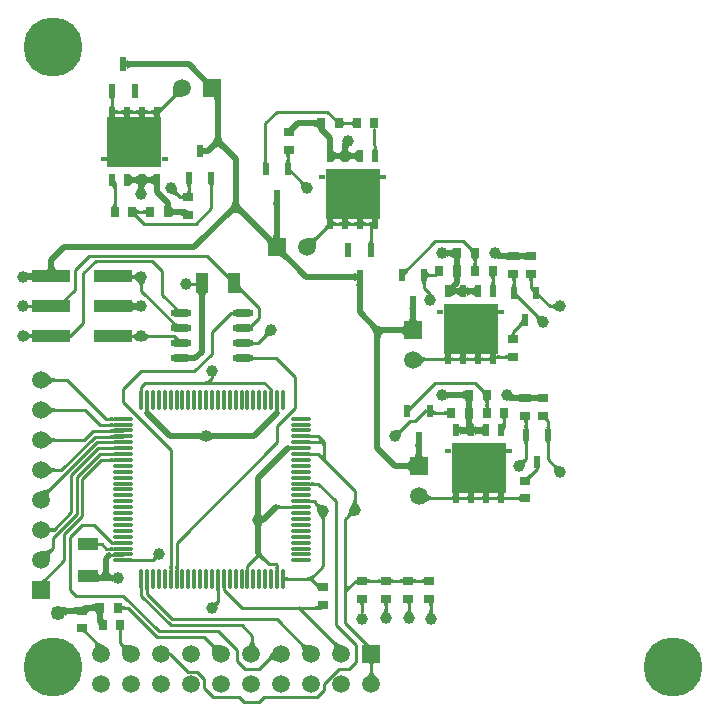
<source format=gtl>
%FSLAX24Y24*%
%MOIN*%
%SFA1B1*%

%IPPOS*%
%ADD10R,0.035430X0.027560*%
%ADD11R,0.027560X0.035430*%
%ADD12R,0.023620X0.041340*%
%ADD13R,0.066930X0.043310*%
%ADD14R,0.043310X0.066930*%
%ADD15O,0.070870X0.023620*%
%ADD16R,0.023620X0.045280*%
%ADD17R,0.022050X0.041730*%
%ADD18R,0.022050X0.033860*%
%ADD19R,0.021260X0.013780*%
%ADD20R,0.181890X0.166140*%
%ADD21O,0.011810X0.070870*%
%ADD22O,0.070870X0.011810*%
%ADD23R,0.125000X0.044880*%
%ADD24C,0.009840*%
%ADD25C,0.019690*%
%ADD26C,0.059060*%
%ADD27R,0.059060X0.059060*%
%ADD28R,0.059060X0.059060*%
%ADD29C,0.039370*%
%ADD30C,0.049210*%
%ADD31C,0.196850*%
%LNdeploy-1*%
%LPD*%
G36*
X13682Y8524D02*
X13685Y8490D01*
X13690Y8460*
X13696Y8435*
X13705Y8413*
X13716Y8395*
X13729Y8381*
X13744Y8371*
X13760Y8365*
X13779Y8363*
X13385*
X13404Y8365*
X13421Y8371*
X13436Y8381*
X13448Y8395*
X13459Y8413*
X13468Y8435*
X13475Y8460*
X13480Y8490*
X13483Y8524*
X13484Y8561*
X13681*
X13682Y8524*
G37*
G36*
X3402Y8410D02*
X3403Y8409D01*
X3401Y8408*
X3398Y8407*
X3393Y8407*
X3378Y8406*
X3326Y8405*
X3283Y8503*
X3302Y8504*
X3361Y8507*
X3372Y8509*
X3390Y8513*
X3397Y8516*
X3402Y8519*
Y8410*
G37*
G36*
X9985Y8518D02*
X9990Y8517D01*
X9996Y8516*
X10013Y8515*
X10089Y8513*
Y8415*
X9983Y8410*
Y8519*
X9985Y8518*
G37*
G36*
X17180Y8252D02*
X17168Y8239D01*
X17158Y8225*
X17148Y8211*
X17141Y8195*
X17135Y8179*
X17130Y8162*
X17126Y8144*
X17124Y8126*
X17124Y8106*
X17125Y8086*
X16944Y8267*
X16965Y8266*
X16984Y8266*
X17002Y8268*
X17020Y8271*
X17037Y8276*
X17053Y8283*
X17069Y8290*
X17084Y8299*
X17097Y8310*
X17110Y8322*
X17180Y8252*
G37*
G36*
X13289Y7874D02*
X13287Y7892D01*
X13281Y7909*
X13272Y7924*
X13258Y7937*
X13240Y7947*
X13218Y7956*
X13192Y7963*
X13163Y7968*
X13129Y7971*
X13091Y7972*
Y8169*
X13129Y8170*
X13163Y8173*
X13192Y8178*
X13218Y8185*
X13240Y8193*
X13258Y8204*
X13272Y8217*
X13281Y8232*
X13287Y8249*
X13289Y8267*
Y7874*
G37*
G36*
X18135Y8116D02*
X18149Y8106D01*
X18164Y8097*
X18180Y8090*
X18197Y8084*
X18216Y8079*
X18236Y8075*
X18258Y8072*
X18281Y8071*
X18305Y8070*
X18110Y7876*
X18109Y7900*
X18105Y7944*
X18101Y7964*
X18096Y7983*
X18090Y8000*
X18083Y8017*
X18074Y8031*
X18064Y8045*
X18054Y8057*
X18123Y8127*
X18135Y8116*
G37*
G36*
X3402Y8213D02*
X3400Y8214D01*
X3395Y8215*
X3389Y8215*
X3372Y8217*
X3296Y8218*
Y8316*
X3402Y8322*
Y8213*
G37*
G36*
X10482Y8386D02*
X10483Y8367D01*
X10485Y8348*
X10488Y8330*
X10493Y8312*
X10499Y8295*
X10507Y8278*
X10516Y8262*
X10526Y8247*
X10538Y8232*
X10551Y8218*
X10398Y8232*
X10314Y8456*
X10327Y8443*
X10339Y8435*
X10349Y8429*
X10358Y8427*
X10366Y8428*
X10372Y8433*
X10377Y8441*
X10381Y8452*
X10383Y8467*
X10383Y8485*
X10482Y8386*
G37*
G36*
X1225Y9113D02*
X1283Y9063D01*
X1310Y9042*
X1336Y9025*
X1361Y9011*
X1386Y9000*
X1409Y8992*
X1431Y8987*
X1452Y8986*
Y8887*
X1431Y8886*
X1409Y8881*
X1386Y8873*
X1361Y8862*
X1336Y8848*
X1310Y8831*
X1283Y8810*
X1225Y8760*
X1195Y8730*
Y9143*
X1225Y9113*
G37*
G36*
X3402Y8803D02*
X3400Y8804D01*
X3395Y8805*
X3389Y8806*
X3372Y8807*
X3296Y8809*
Y8907*
X3402Y8912*
Y8803*
G37*
G36*
X9985Y8911D02*
X9990Y8910D01*
X9996Y8910*
X10013Y8908*
X10089Y8907*
Y8809*
X9983Y8803*
Y8912*
X9985Y8911*
G37*
G36*
X10433Y8858D02*
X10383Y8710D01*
X10382Y8729*
X10379Y8746*
X10375Y8760*
X10368Y8773*
X10359Y8784*
X10348Y8793*
X10335Y8800*
X10320Y8805*
X10304Y8808*
X10285Y8809*
X10215Y8907*
X10233Y8908*
X10248Y8910*
X10259Y8913*
X10267Y8918*
X10272Y8924*
X10273Y8932*
X10271Y8941*
X10265Y8952*
X10256Y8963*
X10244Y8977*
X10433Y8858*
G37*
G36*
X9308Y8727D02*
X9317Y8723D01*
X9330Y8720*
X9346Y8718*
X9388Y8713*
X9478Y8710*
X9515Y8710*
Y8612*
X9478Y8612*
X9330Y8602*
X9317Y8599*
X9308Y8595*
X9302Y8591*
Y8611*
X9241Y8612*
Y8710*
X9302Y8713*
Y8731*
X9308Y8727*
G37*
G36*
X13696Y8788D02*
X13692Y8782D01*
X13690Y8772*
X13687Y8759*
X13685Y8741*
X13681Y8664*
X13681Y8593*
X13484*
X13484Y8631*
X13475Y8772*
X13472Y8782*
X13469Y8788*
X13465Y8790*
X13699*
X13696Y8788*
G37*
G36*
X3402Y8606D02*
X3403Y8606D01*
X3401Y8605*
X3398Y8604*
X3393Y8604*
X3378Y8603*
X3326Y8602*
X3283Y8700*
X3302Y8700*
X3361Y8704*
X3372Y8706*
X3390Y8710*
X3397Y8713*
X3402Y8715*
Y8606*
G37*
G36*
X15230Y6889D02*
X15229Y6899D01*
X15226Y6907*
X15221Y6914*
X15214Y6921*
X15205Y6926*
X15194Y6931*
X15181Y6934*
X15167Y6937*
X15150Y6938*
X15131Y6939*
Y7037*
X15150Y7037*
X15167Y7039*
X15181Y7041*
X15194Y7045*
X15205Y7049*
X15214Y7055*
X15221Y7061*
X15226Y7068*
X15229Y7077*
X15230Y7086*
Y6889*
G37*
G36*
X15447Y7077D02*
X15450Y7068D01*
X15455Y7061*
X15462Y7055*
X15471Y7049*
X15482Y7045*
X15495Y7041*
X15510Y7039*
X15527Y7037*
X15546Y7037*
Y6939*
X15527Y6938*
X15510Y6937*
X15495Y6934*
X15482Y6931*
X15471Y6926*
X15462Y6921*
X15455Y6914*
X15450Y6907*
X15447Y6899*
X15446Y6889*
Y7086*
X15447Y7077*
G37*
G36*
X15730Y6889D02*
X15729Y6899D01*
X15726Y6907*
X15721Y6914*
X15714Y6921*
X15705Y6926*
X15694Y6931*
X15681Y6934*
X15667Y6937*
X15650Y6938*
X15631Y6939*
Y7037*
X15650Y7037*
X15667Y7039*
X15681Y7041*
X15694Y7045*
X15705Y7049*
X15714Y7055*
X15721Y7061*
X15726Y7068*
X15729Y7077*
X15730Y7086*
Y6889*
G37*
G36*
X14947Y7077D02*
X14950Y7068D01*
X14955Y7061*
X14962Y7055*
X14971Y7049*
X14982Y7045*
X14995Y7041*
X15010Y7039*
X15027Y7037*
X15046Y7037*
Y6939*
X15027Y6938*
X15010Y6937*
X14995Y6934*
X14982Y6931*
X14971Y6926*
X14962Y6921*
X14955Y6914*
X14950Y6907*
X14947Y6899*
X14946Y6889*
Y7086*
X14947Y7077*
G37*
G36*
X13861Y7177D02*
X13881Y7148D01*
X13900Y7122*
X13921Y7099*
X13941Y7080*
X13963Y7065*
X13984Y7053*
X14007Y7044*
X14029Y7039*
X14053Y7037*
X14024Y6939*
X14007Y6937*
X13988Y6934*
X13966Y6927*
X13941Y6918*
X13882Y6893*
X13810Y6858*
X13727Y6813*
X13843Y7210*
X13861Y7177*
G37*
G36*
X9985Y6943D02*
X9989Y6942D01*
X9995Y6941*
X10011Y6940*
X10062Y6939*
X10078*
Y6840*
X9983Y6835*
Y6944*
X9985Y6943*
G37*
G36*
X14730Y6889D02*
X14729Y6899D01*
X14726Y6907*
X14721Y6914*
X14714Y6921*
X14705Y6926*
X14694Y6931*
X14681Y6934*
X14667Y6937*
X14650Y6938*
X14631Y6939*
Y7037*
X14650Y7037*
X14667Y7039*
X14681Y7041*
X14694Y7045*
X14705Y7049*
X14714Y7055*
X14721Y7061*
X14726Y7068*
X14729Y7077*
X14730Y7086*
Y6889*
G37*
G36*
X15947Y7077D02*
X15950Y7068D01*
X15955Y7061*
X15962Y7055*
X15971Y7049*
X15982Y7045*
X15995Y7041*
X16010Y7039*
X16027Y7037*
X16046Y7037*
Y6939*
X16027Y6938*
X16010Y6937*
X15995Y6934*
X15982Y6931*
X15971Y6926*
X15962Y6921*
X15955Y6914*
X15950Y6907*
X15947Y6899*
X15946Y6889*
Y7086*
X15947Y7077*
G37*
G36*
X9985Y7533D02*
X9990Y7532D01*
X9996Y7532*
X10013Y7530*
X10089Y7529*
X10089Y7431*
X9983Y7425*
Y7534*
X9985Y7533*
G37*
G36*
X17371Y7754D02*
X17350Y7732D01*
X17317Y7694*
X17305Y7677*
X17296Y7662*
X17291Y7649*
X17288Y7638*
X17289Y7628*
X17293Y7621*
X17300Y7615*
X17123Y7714*
X17132Y7710*
X17143Y7709*
X17154Y7710*
X17166Y7713*
X17180Y7719*
X17194Y7727*
X17210Y7738*
X17226Y7751*
X17244Y7767*
X17262Y7784*
X17371Y7754*
G37*
G36*
X1225Y8113D02*
X1283Y8063D01*
X1310Y8042*
X1336Y8025*
X1361Y8011*
X1386Y8000*
X1409Y7992*
X1431Y7987*
X1452Y7986*
Y7887*
X1431Y7886*
X1409Y7881*
X1386Y7873*
X1361Y7862*
X1336Y7848*
X1310Y7831*
X1283Y7810*
X1225Y7760*
X1195Y7730*
Y8143*
X1225Y8113*
G37*
G36*
X1323Y7266D02*
X1308Y7249D01*
X1295Y7229*
X1285Y7207*
X1277Y7183*
X1271Y7155*
X1268Y7126*
X1266Y7094*
X1267Y7059*
X1270Y7022*
X1276Y6982*
X944Y7229*
X989Y7236*
X1104Y7260*
X1136Y7269*
X1164Y7279*
X1189Y7290*
X1210Y7301*
X1228Y7313*
X1243Y7325*
X1323Y7266*
G37*
G36*
X16230Y6889D02*
X16229Y6899D01*
X16226Y6907*
X16221Y6914*
X16214Y6921*
X16205Y6926*
X16194Y6931*
X16181Y6934*
X16167Y6937*
X16150Y6938*
X16131Y6939*
Y7037*
X16150Y7037*
X16167Y7039*
X16181Y7041*
X16194Y7045*
X16205Y7049*
X16214Y7055*
X16221Y7061*
X16226Y7068*
X16229Y7077*
X16230Y7086*
Y6889*
G37*
G36*
X16447Y7077D02*
X16450Y7068D01*
X16455Y7061*
X16462Y7055*
X16471Y7049*
X16482Y7045*
X16495Y7041*
X16510Y7039*
X16527Y7037*
X16546Y7037*
Y6939*
X16527Y6938*
X16510Y6937*
X16495Y6934*
X16482Y6931*
X16471Y6926*
X16462Y6921*
X16455Y6914*
X16450Y6907*
X16447Y6899*
X16446Y6889*
Y7086*
X16447Y7077*
G37*
G36*
X16951Y6889D02*
X16950Y6899D01*
X16947Y6907*
X16942Y6914*
X16935Y6921*
X16926Y6926*
X16915Y6931*
X16902Y6934*
X16887Y6937*
X16870Y6938*
X16851Y6939*
Y7037*
X16870Y7037*
X16887Y7039*
X16902Y7041*
X16915Y7045*
X16926Y7049*
X16935Y7055*
X16942Y7061*
X16947Y7068*
X16950Y7077*
X16951Y7086*
Y6889*
G37*
G36*
X1225Y10113D02*
X1283Y10063D01*
X1310Y10042*
X1336Y10025*
X1361Y10011*
X1386Y10000*
X1409Y9992*
X1431Y9987*
X1452Y9986*
Y9887*
X1431Y9886*
X1409Y9881*
X1386Y9873*
X1361Y9862*
X1336Y9848*
X1310Y9831*
X1283Y9810*
X1225Y9760*
X1195Y9730*
Y10143*
X1225Y10113*
G37*
G36*
X14073Y9931D02*
X14076Y9923D01*
X14081Y9915*
X14088Y9909*
X14097Y9904*
X14108Y9899*
X14121Y9896*
X14136Y9893*
X14153Y9892*
X14172Y9891*
Y9793*
X14153Y9792*
X14136Y9791*
X14121Y9788*
X14108Y9785*
X14097Y9781*
X14088Y9775*
X14081Y9769*
X14076Y9761*
X14073Y9753*
X14072Y9744*
Y9941*
X14073Y9931*
G37*
G36*
X14528Y9744D02*
X14527Y9753D01*
X14524Y9761*
X14519Y9769*
X14513Y9775*
X14504Y9781*
X14493Y9785*
X14480Y9788*
X14465Y9791*
X14449Y9792*
X14430Y9793*
Y9891*
X14449Y9892*
X14465Y9893*
X14480Y9896*
X14493Y9899*
X14504Y9904*
X14513Y9909*
X14519Y9915*
X14524Y9923*
X14527Y9931*
X14528Y9941*
Y9744*
G37*
G36*
X3402Y9591D02*
X3400Y9592D01*
X3395Y9593*
X3389Y9593*
X3372Y9595*
X3296Y9596*
Y9694*
X3402Y9700*
Y9591*
G37*
G36*
X17234Y9606D02*
X17226Y9603D01*
X17219Y9598*
X17212Y9591*
X17207Y9582*
X17202Y9572*
X17199Y9559*
X17196Y9544*
X17195Y9527*
X17194Y9509*
X17096*
X17096Y9527*
X17094Y9544*
X17092Y9559*
X17088Y9572*
X17084Y9582*
X17078Y9591*
X17072Y9598*
X17065Y9603*
X17056Y9606*
X17047Y9607*
X17244*
X17234Y9606*
G37*
G36*
X17891Y9648D02*
X17891Y9646D01*
X17892Y9643*
X17894Y9640*
X17897Y9635*
X17901Y9630*
X17912Y9617*
X17928Y9601*
X17853Y9537*
X17839Y9551*
X17778Y9605*
X17774Y9607*
X17772Y9607*
X17892Y9649*
X17891Y9648*
G37*
G36*
X16526Y9666D02*
X16517Y9663D01*
X16510Y9658*
X16503Y9651*
X16498Y9642*
X16494Y9631*
X16490Y9618*
X16488Y9604*
X16486Y9587*
X16486Y9568*
X16387*
X16387Y9587*
X16385Y9604*
X16383Y9618*
X16379Y9631*
X16375Y9642*
X16370Y9651*
X16363Y9658*
X16356Y9663*
X16347Y9666*
X16338Y9667*
X16535*
X16526Y9666*
G37*
G36*
X4577Y10068D02*
X4586Y9920D01*
X4589Y9908*
X4593Y9898*
X4597Y9893*
X4577*
X4576Y9831*
X4478*
X4475Y9893*
X4457*
X4461Y9898*
X4465Y9908*
X4468Y9920*
X4471Y9936*
X4475Y9979*
X4478Y10068*
X4478Y10105*
X4576*
X4577Y10068*
G37*
G36*
X13395Y10018D02*
X13381Y10004D01*
X13369Y9990*
X13359Y9976*
X13350Y9962*
X13342Y9948*
X13335Y9934*
X13330Y9920*
X13327Y9906*
X13325Y9893*
X13324Y9879*
X13325Y10107*
X13326Y10104*
X13328Y10103*
X13331Y10103*
X13336Y10106*
X13343Y10110*
X13350Y10116*
X13370Y10133*
X13395Y10157*
Y10018*
G37*
G36*
X15935Y10257D02*
X15927Y10254D01*
X15919Y10249*
X15913Y10242*
X15908Y10233*
X15903Y10222*
X15900Y10209*
X15897Y10194*
X15896Y10177*
X15895Y10158*
X15797*
X15796Y10177*
X15795Y10194*
X15792Y10209*
X15789Y10222*
X15785Y10233*
X15779Y10242*
X15773Y10249*
X15765Y10254*
X15757Y10257*
X15748Y10258*
X15944*
X15935Y10257*
G37*
G36*
X16729Y10472D02*
X16735Y10464D01*
X16742Y10457*
X16752Y10450*
X16763Y10445*
X16776Y10440*
X16792Y10437*
X16809Y10435*
X16812Y10434*
X16879Y10439*
X16900Y10442*
X16918Y10446*
X16932Y10451*
X16942Y10457*
X16948Y10464*
X16950Y10471*
Y10198*
X16948Y10205*
X16942Y10211*
X16932Y10217*
X16918Y10222*
X16900Y10226*
X16879Y10230*
X16853Y10232*
X16790Y10235*
X16753Y10236*
Y10239*
X16596Y10246*
X16726Y10482*
X16729Y10472*
G37*
G36*
X15119Y10257D02*
X15392D01*
X15385Y10255*
X15378Y10249*
X15373Y10239*
X15368Y10225*
X15363Y10207*
X15360Y10186*
X15357Y10160*
X15356Y10143*
X15360Y10089*
X15363Y10067*
X15368Y10050*
X15373Y10036*
X15378Y10026*
X15385Y10020*
X15392Y10018*
X15119*
X15126Y10020*
X15133Y10026*
X15138Y10036*
X15143Y10050*
X15147Y10067*
X15151Y10089*
X15154Y10114*
X15154Y10132*
X15151Y10186*
X15147Y10207*
X15143Y10225*
X15138Y10239*
X15133Y10249*
X15126Y10255*
X15119Y10257*
X15117Y10271*
X15111Y10285*
X15101Y10296*
X15087Y10306*
X15070Y10315*
X15048Y10322*
X15022Y10327*
X14993Y10331*
X14959Y10333*
X14922Y10334*
Y10531*
X14959Y10532*
X15022Y10538*
X15048Y10543*
X15070Y10550*
X15087Y10559*
X15101Y10569*
X15111Y10581*
X15117Y10594*
X15119Y10609*
Y10257*
G37*
G36*
X8907Y10068D02*
X8917Y9920D01*
X8920Y9908*
X8924Y9898*
X8927Y9893*
X8908*
X8907Y9831*
X8809*
X8806Y9893*
X8788*
X8792Y9898*
X8796Y9908*
X8799Y9920*
X8801Y9936*
X8805Y9979*
X8808Y10068*
X8809Y10105*
X8907*
X8907Y10068*
G37*
G36*
X13841Y9851D02*
X13840Y9851D01*
X13838Y9851*
X13836Y9851*
X13799Y9852*
X13789Y9852*
Y9950*
X13841Y9952*
Y9851*
G37*
G36*
X15896Y10098D02*
X15897Y10081D01*
X15900Y10066*
X15903Y10053*
X15908Y10042*
X15913Y10033*
X15919Y10026*
X15927Y10021*
X15935Y10018*
X15944Y10017*
X15748*
X15757Y10018*
X15765Y10021*
X15773Y10026*
X15779Y10033*
X15785Y10042*
X15789Y10053*
X15792Y10066*
X15795Y10081*
X15796Y10098*
X15797Y10116*
X15895*
X15896Y10098*
G37*
G36*
X3402Y9000D02*
X3403Y8999D01*
X3401Y8999*
X3398Y8998*
X3393Y8997*
X3378Y8996*
X3326Y8996*
X3283Y9094*
X3302Y9094*
X3361Y9098*
X3372Y9099*
X3390Y9104*
X3397Y9106*
X3402Y9109*
Y9000*
G37*
G36*
X9985Y9108D02*
X9990Y9107D01*
X9996Y9106*
X10013Y9105*
X10089Y9104*
Y9005*
X9983Y9000*
Y9109*
X9985Y9108*
G37*
G36*
X13048Y9238D02*
X13037Y9226D01*
X13027Y9212*
X13019Y9198*
X13011Y9182*
X13005Y9164*
X13000Y9145*
X12996Y9125*
X12994Y9104*
X12992Y9081*
X12992Y9057*
X12797Y9252*
X12821Y9252*
X12865Y9256*
X12885Y9260*
X12904Y9265*
X12922Y9271*
X12938Y9279*
X12953Y9287*
X12966Y9297*
X12978Y9308*
X13048Y9238*
G37*
G36*
X6645Y9185D02*
X6654Y9178D01*
X6666Y9172*
X6678Y9167*
X6692Y9163*
X6708Y9159*
X6725Y9157*
X6743Y9155*
X6784Y9153*
Y8956*
X6763Y8956*
X6725Y8953*
X6708Y8950*
X6692Y8946*
X6678Y8942*
X6666Y8937*
X6654Y8931*
X6645Y8924*
X6636Y8917*
Y9192*
X6645Y9185*
G37*
G36*
X17234Y8907D02*
X17226Y8904D01*
X17219Y8899*
X17212Y8892*
X17207Y8884*
X17202Y8873*
X17199Y8860*
X17196Y8845*
X17195Y8829*
X17194Y8810*
X17096*
X17096Y8829*
X17094Y8845*
X17092Y8860*
X17088Y8873*
X17084Y8884*
X17078Y8892*
X17072Y8899*
X17065Y8904*
X17056Y8907*
X17047Y8908*
X17244*
X17234Y8907*
G37*
G36*
X17982D02*
X17974Y8904D01*
X17967Y8899*
X17960Y8892*
X17955Y8884*
X17950Y8873*
X17947Y8860*
X17944Y8845*
X17943Y8829*
X17942Y8810*
X17844*
X17844Y8829*
X17842Y8845*
X17840Y8860*
X17836Y8873*
X17832Y8884*
X17826Y8892*
X17820Y8899*
X17813Y8904*
X17804Y8907*
X17795Y8908*
X17992*
X17982Y8907*
G37*
G36*
X6355Y8917D02*
X6347Y8924D01*
X6337Y8931*
X6326Y8937*
X6313Y8942*
X6299Y8946*
X6283Y8950*
X6266Y8953*
X6248Y8955*
X6207Y8956*
Y9153*
X6228Y9153*
X6266Y9157*
X6283Y9159*
X6299Y9163*
X6313Y9167*
X6326Y9172*
X6337Y9178*
X6347Y9185*
X6355Y9192*
Y8917*
G37*
G36*
X3402Y9197D02*
X3403Y9196D01*
X3401Y9195*
X3398Y9195*
X3393Y9194*
X3378Y9193*
X3326Y9193*
X3283Y9291*
X3302Y9291*
X3361Y9295*
X3372Y9296*
X3390Y9301*
X3397Y9303*
X3402Y9306*
Y9197*
G37*
G36*
Y9394D02*
X3400Y9395D01*
X3395Y9396*
X3389Y9397*
X3372Y9398*
X3296Y9399*
Y9498*
X3402Y9503*
Y9394*
G37*
G36*
X16447Y9459D02*
X16338Y9458D01*
X16347Y9459*
X16356Y9462*
X16363Y9467*
X16370Y9474*
X16375Y9483*
X16379Y9494*
X16383Y9507*
X16385Y9522*
X16387Y9539*
X16387Y9557*
X16486*
X16447Y9459*
G37*
G36*
X15385Y9664D02*
X15378Y9658D01*
X15373Y9648*
X15368Y9635*
X15363Y9617*
X15360Y9595*
X15358Y9580*
X15362Y9555*
X15369Y9530*
X15377Y9508*
X15387Y9490*
X15400Y9477*
X15414Y9467*
X15429Y9461*
X15447Y9459*
X15229*
X15215Y9461*
X15203Y9467*
X15201Y9469*
X15157*
X15157Y9507*
X15151Y9595*
X15147Y9617*
X15143Y9635*
X15138Y9648*
X15133Y9658*
X15126Y9664*
X15119Y9666*
X15392*
X15385Y9664*
G37*
G36*
X15730Y9055D02*
X15728Y9073D01*
X15722Y9090*
X15712Y9105*
X15699Y9118*
X15681Y9128*
X15659Y9137*
X15633Y9144*
X15604Y9149*
X15588Y9151*
X15573Y9149*
X15543Y9144*
X15517Y9137*
X15495Y9128*
X15478Y9118*
X15464Y9105*
X15454Y9090*
X15448Y9073*
X15446Y9055*
Y9448*
X15448Y9430*
X15454Y9413*
X15464Y9398*
X15478Y9385*
X15495Y9375*
X15517Y9366*
X15543Y9359*
X15573Y9354*
X15588Y9353*
X15604Y9354*
X15633Y9359*
X15659Y9366*
X15681Y9375*
X15699Y9385*
X15712Y9398*
X15722Y9413*
X15728Y9430*
X15730Y9448*
Y9055*
G37*
G36*
X17195Y9399D02*
X17196Y9382D01*
X17199Y9367*
X17202Y9354*
X17207Y9343*
X17212Y9334*
X17219Y9327*
X17226Y9322*
X17234Y9319*
X17244Y9318*
X17047*
X17056Y9319*
X17065Y9322*
X17072Y9327*
X17078Y9334*
X17084Y9343*
X17088Y9354*
X17092Y9367*
X17094Y9382*
X17096Y9399*
X17096Y9418*
X17194*
X17195Y9399*
G37*
G36*
X17943D02*
X17944Y9382D01*
X17947Y9367*
X17950Y9354*
X17955Y9343*
X17960Y9334*
X17967Y9327*
X17974Y9322*
X17982Y9319*
X17992Y9318*
X17795*
X17804Y9319*
X17813Y9322*
X17820Y9327*
X17826Y9334*
X17832Y9343*
X17836Y9354*
X17840Y9367*
X17842Y9382*
X17844Y9399*
X17844Y9418*
X17942*
X17943Y9399*
G37*
G36*
X15230Y9055D02*
X15228Y9073D01*
X15222Y9090*
X15212Y9105*
X15199Y9118*
X15181Y9128*
X15159Y9137*
X15133Y9144*
X15104Y9149*
X15088Y9151*
X15073Y9149*
X15043Y9144*
X15017Y9137*
X14995Y9128*
X14978Y9118*
X14964Y9105*
X14954Y9090*
X14948Y9073*
X14946Y9055*
Y9448*
X14948Y9430*
X14954Y9413*
X14964Y9398*
X14978Y9385*
X14995Y9375*
X15017Y9366*
X15043Y9359*
X15073Y9354*
X15088Y9353*
X15104Y9354*
X15133Y9359*
X15159Y9366*
X15181Y9375*
X15199Y9385*
X15212Y9398*
X15222Y9413*
X15228Y9430*
X15230Y9448*
Y9055*
G37*
G36*
X3680Y3435D02*
X3683Y3427D01*
X3688Y3419*
X3695Y3413*
X3704Y3408*
X3715Y3403*
X3728Y3400*
X3742Y3397*
X3759Y3396*
X3778Y3395*
Y3297*
X3759Y3296*
X3742Y3295*
X3728Y3292*
X3715Y3289*
X3704Y3284*
X3695Y3279*
X3688Y3273*
X3683Y3265*
X3680Y3257*
X3679Y3248*
Y3444*
X3680Y3435*
G37*
G36*
X10217Y3308D02*
X10216Y3306D01*
X10213Y3304*
X10208Y3302*
X10202Y3301*
X10193Y3300*
X10169Y3298*
X10119Y3297*
Y3395*
X10138Y3396*
X10155Y3397*
X10169Y3400*
X10182Y3403*
X10193Y3408*
X10202Y3413*
X10209Y3419*
X10214Y3427*
X10217Y3435*
X10218Y3444*
X10217Y3308*
G37*
G36*
X11782Y3505D02*
X11773Y3502D01*
X11766Y3497*
X11759Y3490*
X11754Y3481*
X11750Y3470*
X11746Y3457*
X11744Y3442*
X11742Y3425*
X11742Y3406*
X11643*
X11643Y3425*
X11641Y3442*
X11639Y3457*
X11635Y3470*
X11631Y3481*
X11626Y3490*
X11619Y3497*
X11612Y3502*
X11603Y3505*
X11594Y3506*
X11791*
X11782Y3505*
G37*
G36*
X9823Y3297D02*
X9805Y3296D01*
X9790Y3294*
X9779Y3291*
X9771Y3286*
X9767Y3279*
X9765Y3272*
X9768Y3263*
X9773Y3252*
X9782Y3240*
X9794Y3227*
X9655*
X9641Y3240*
X9626Y3252*
X9611Y3263*
X9595Y3272*
X9578Y3279*
X9561Y3286*
X9543Y3291*
X9525Y3294*
X9506Y3296*
X9487Y3297*
X9606Y3395*
X9823Y3297*
G37*
G36*
X2186Y3111D02*
X2184Y3118D01*
X2178Y3125*
X2168Y3130*
X2154Y3135*
X2137Y3140*
X2115Y3143*
X2089Y3146*
X2026Y3149*
X1989Y3149*
Y3346*
X2026Y3346*
X2115Y3352*
X2137Y3356*
X2154Y3360*
X2168Y3365*
X2178Y3370*
X2184Y3377*
X2186Y3384*
Y3111*
G37*
G36*
X12530Y3284D02*
X12533Y3268D01*
X12537Y3251*
X12543Y3234*
X12551Y3218*
X12561Y3201*
X12572Y3184*
X12586Y3167*
X12601Y3150*
X12618Y3132*
X12342*
X12359Y3150*
X12387Y3184*
X12399Y3201*
X12409Y3218*
X12416Y3234*
X12423Y3251*
X12427Y3268*
X12430Y3284*
X12431Y3300*
X12529*
X12530Y3284*
G37*
G36*
X13317D02*
X13320Y3268D01*
X13324Y3251*
X13331Y3234*
X13339Y3218*
X13348Y3201*
X13360Y3184*
X13373Y3167*
X13388Y3150*
X13405Y3132*
X13129*
X13146Y3150*
X13175Y3184*
X13186Y3201*
X13196Y3218*
X13204Y3234*
X13210Y3251*
X13215Y3268*
X13217Y3284*
X13218Y3300*
X13316*
X13317Y3284*
G37*
G36*
X12569Y3505D02*
X12561Y3502D01*
X12553Y3497*
X12547Y3490*
X12541Y3481*
X12537Y3470*
X12534Y3457*
X12531Y3442*
X12530Y3425*
X12529Y3406*
X12431*
X12430Y3425*
X12429Y3442*
X12426Y3457*
X12423Y3470*
X12418Y3481*
X12413Y3490*
X12407Y3497*
X12399Y3502*
X12391Y3505*
X12381Y3506*
X12578*
X12569Y3505*
G37*
G36*
X4384Y3990D02*
X4383Y3986D01*
X4382Y3980*
X4381Y3962*
X4379Y3886*
X4281*
X4276Y3993*
X4385*
X4384Y3990*
G37*
G36*
X4581D02*
X4580Y3986D01*
X4579Y3980*
X4578Y3962*
X4576Y3886*
X4478*
X4473Y3993*
X4582*
X4581Y3990*
G37*
G36*
X6943D02*
X6942Y3986D01*
X6941Y3980*
X6940Y3962*
X6939Y3886*
X6840*
X6835Y3993*
X6944*
X6943Y3990*
G37*
G36*
X11191Y4096D02*
X11193Y4082D01*
X11197Y4070*
X11202Y4063*
X11208Y4058*
X11216Y4057*
X11225Y4059*
X11235Y4064*
X11247Y4073*
X11260Y4086*
Y3946*
X11247Y3932*
X11235Y3917*
X11225Y3902*
X11216Y3886*
X11208Y3870*
X11202Y3853*
X11197Y3835*
X11193Y3817*
X11191Y3798*
X11190Y3778*
X11092Y3897*
X11190Y4114*
X11191Y4096*
G37*
G36*
X13356Y3505D02*
X13348Y3502D01*
X13341Y3497*
X13334Y3490*
X13329Y3481*
X13324Y3470*
X13321Y3457*
X13318Y3442*
X13317Y3425*
X13316Y3406*
X13218*
X13218Y3425*
X13216Y3442*
X13214Y3457*
X13210Y3470*
X13206Y3481*
X13200Y3490*
X13194Y3497*
X13187Y3502*
X13178Y3505*
X13169Y3506*
X13366*
X13356Y3505*
G37*
G36*
X14065D02*
X14057Y3502D01*
X14049Y3497*
X14043Y3490*
X14037Y3481*
X14033Y3470*
X14030Y3457*
X14027Y3442*
X14026Y3425*
X14025Y3406*
X13927*
X13926Y3425*
X13925Y3442*
X13922Y3457*
X13919Y3470*
X13914Y3481*
X13909Y3490*
X13903Y3497*
X13895Y3502*
X13887Y3505*
X13877Y3506*
X14074*
X14065Y3505*
G37*
G36*
X6923Y3509D02*
X6913Y3498D01*
X6904Y3486*
X6896Y3475*
X6889Y3465*
X6885Y3454*
X6881Y3444*
X6879Y3433*
X6878Y3423*
X6879Y3413*
X6881Y3403*
X6748Y3536*
X6758Y3534*
X6768Y3533*
X6778Y3534*
X6789Y3536*
X6799Y3539*
X6810Y3544*
X6821Y3551*
X6831Y3559*
X6843Y3568*
X6854Y3578*
X6923Y3509*
G37*
G36*
X6727Y2139D02*
X6746Y2127D01*
X6768Y2116*
X6793Y2107*
X6821Y2099*
X6852Y2092*
X6885Y2088*
X6962Y2083*
X7004Y2082*
X6712Y1790*
X6712Y1833*
X6707Y1909*
X6702Y1943*
X6696Y1973*
X6688Y2001*
X6678Y2026*
X6668Y2048*
X6655Y2067*
X6641Y2083*
X6711Y2153*
X6727Y2139*
G37*
G36*
X9736Y2146D02*
X9755Y2133D01*
X9777Y2123*
X9802Y2113*
X9830Y2105*
X9861Y2097*
X9895Y2092*
X9972Y2084*
X10016Y2082*
X9712Y1801*
X9714Y1843*
X9711Y1918*
X9707Y1952*
X9702Y1982*
X9694Y2010*
X9685Y2035*
X9675Y2057*
X9662Y2076*
X9648Y2092*
X9720Y2159*
X9736Y2146*
G37*
G36*
X10830Y2193D02*
X10844Y2183D01*
X10863Y2173*
X10913Y2147*
X11022Y2100*
X11116Y2062*
X10735Y1901*
X10748Y1935*
X10758Y1967*
X10764Y1997*
X10768Y2026*
X10768Y2053*
X10765Y2078*
X10759Y2101*
X10750Y2122*
X10738Y2142*
X10722Y2160*
X10820Y2201*
X10830Y2193*
G37*
G36*
X3727Y2139D02*
X3746Y2127D01*
X3768Y2116*
X3793Y2107*
X3821Y2099*
X3852Y2092*
X3885Y2088*
X3962Y2083*
X4004Y2082*
X3712Y1790*
X3712Y1833*
X3707Y1909*
X3702Y1943*
X3696Y1973*
X3688Y2001*
X3678Y2026*
X3668Y2048*
X3655Y2067*
X3641Y2083*
X3711Y2153*
X3727Y2139*
G37*
G36*
X12058Y1234D02*
X12063Y1212D01*
X12071Y1189*
X12082Y1165*
X12096Y1139*
X12113Y1113*
X12134Y1086*
X12184Y1028*
X12214Y998*
X11801*
X11831Y1028*
X11881Y1086*
X11902Y1113*
X11919Y1139*
X11933Y1165*
X11944Y1189*
X11952Y1212*
X11957Y1234*
X11958Y1255*
X12057*
X12058Y1234*
G37*
G36*
X12097Y1492D02*
X12088Y1489D01*
X12081Y1484*
X12074Y1477*
X12069Y1468*
X12065Y1457*
X12061Y1445*
X12059Y1430*
X12057Y1413*
X12057Y1394*
X11958*
X11958Y1413*
X11956Y1430*
X11954Y1445*
X11950Y1457*
X11946Y1468*
X11941Y1477*
X11934Y1484*
X11927Y1489*
X11918Y1492*
X11909Y1493*
X12106*
X12097Y1492*
G37*
G36*
X8827Y1553D02*
X8801Y1572D01*
X8775Y1587*
X8751Y1597*
X8727Y1604*
X8705Y1608*
X8683Y1607*
X8661Y1602*
X8641Y1594*
X8622Y1581*
X8603Y1565*
X8555Y1656*
X8569Y1671*
X8602Y1711*
X8640Y1762*
X8730Y1899*
X8755Y1940*
X8827Y1553*
G37*
G36*
X2890Y2199D02*
X2903Y2190D01*
X2941Y2165*
X3063Y2093*
X3148Y2047*
X2760Y1948*
X2777Y1977*
X2791Y2004*
X2800Y2031*
X2807Y2056*
X2809Y2080*
X2808Y2103*
X2803Y2125*
X2794Y2146*
X2782Y2165*
X2766Y2184*
X2881Y2208*
X2890Y2199*
G37*
G36*
X2816Y3170D02*
X3089D01*
X3082Y3168*
X3075Y3162*
X3069Y3152*
X3064Y3139*
X3060Y3121*
X3057Y3099*
X3054Y3074*
X3054Y3067*
X3055Y3057*
X3060Y3027*
X3066Y3002*
X3075Y2980*
X3086Y2962*
X3099Y2948*
X3114Y2938*
X3130Y2932*
X3149Y2930*
X2914Y2931*
X2903Y2933*
X2892Y2939*
X2883Y2949*
X2876Y2963*
X2872Y2973*
X2854*
X2853Y3011*
X2848Y3099*
X2844Y3121*
X2840Y3139*
X2835Y3152*
X2829Y3162*
X2823Y3168*
X2816Y3170*
X2814Y3185*
X2808Y3198*
X2798Y3210*
X2784Y3220*
X2767Y3228*
X2745Y3235*
X2719Y3241*
X2690Y3244*
X2680Y3245*
X2663Y3244*
X2634Y3239*
X2608Y3232*
X2586Y3223*
X2568Y3212*
X2555Y3199*
X2545Y3185*
X2539Y3168*
X2537Y3149*
X2538Y3384*
X2540Y3396*
X2546Y3406*
X2555Y3415*
X2569Y3423*
X2587Y3429*
X2609Y3435*
X2619Y3436*
Y3444*
X2656Y3445*
X2719Y3451*
X2745Y3457*
X2767Y3464*
X2784Y3472*
X2798Y3482*
X2808Y3494*
X2814Y3507*
X2816Y3522*
Y3170*
G37*
G36*
X1683Y3371D02*
X1700Y3366D01*
X1736Y3357*
X1756Y3354*
X1798Y3349*
X1845Y3346*
X1870Y3346*
X1968Y3149*
X1943Y3148*
X1920Y3146*
X1899Y3141*
X1879Y3135*
X1862Y3127*
X1847Y3118*
X1833Y3106*
X1822Y3093*
X1812Y3078*
X1804Y3062*
X1667Y3377*
X1683Y3371*
G37*
G36*
X14026Y3245D02*
X14029Y3228D01*
X14033Y3212*
X14039Y3195*
X14047Y3178*
X14057Y3161*
X14069Y3144*
X14082Y3127*
X14097Y3110*
X14114Y3093*
X13838*
X13855Y3110*
X13883Y3144*
X13895Y3161*
X13905Y3178*
X13913Y3195*
X13919Y3212*
X13923Y3228*
X13926Y3245*
X13927Y3261*
X14025*
X14026Y3245*
G37*
G36*
X3730Y2580D02*
X3722Y2577D01*
X3715Y2572*
X3708Y2565*
X3703Y2556*
X3698Y2545*
X3695Y2532*
X3692Y2517*
X3691Y2500*
X3690Y2481*
X3592*
X3592Y2500*
X3590Y2517*
X3588Y2532*
X3584Y2545*
X3580Y2556*
X3574Y2565*
X3568Y2572*
X3561Y2577*
X3552Y2580*
X3543Y2581*
X3740*
X3730Y2580*
G37*
G36*
X8088Y2248D02*
X8090Y2228D01*
X8094Y2207*
X8101Y2184*
X8112Y2159*
X8125Y2132*
X8141Y2104*
X8182Y2043*
X8207Y2010*
X8235Y1975*
X7824Y2019*
X7856Y2045*
X7909Y2095*
X7930Y2120*
X7948Y2144*
X7963Y2168*
X7975Y2191*
X7983Y2214*
X7988Y2237*
X7990Y2259*
X8088Y2248*
G37*
G36*
X11909Y2137D02*
X11923Y2125D01*
X11937Y2115*
X11951Y2105*
X11965Y2098*
X11979Y2091*
X11992Y2086*
X12006Y2083*
X12020Y2081*
X12034Y2080*
X11755*
X11768Y2081*
X11778Y2083*
X11785Y2086*
X11789Y2091*
X11791Y2098*
X11789Y2105*
X11785Y2115*
X11778Y2125*
X11768Y2137*
X11755Y2151*
X11894*
X11909Y2137*
G37*
G36*
X2530Y2614D02*
X2526Y2607D01*
X2525Y2597*
X2527Y2586*
X2533Y2573*
X2541Y2558*
X2553Y2542*
X2568Y2523*
X2607Y2481*
X2498Y2451*
X2480Y2469*
X2446Y2497*
X2431Y2507*
X2416Y2515*
X2403Y2521*
X2390Y2525*
X2379Y2526*
X2369Y2524*
X2359Y2520*
X2538Y2620*
X2530Y2614*
G37*
G36*
X3402Y5260D02*
X3400Y5261D01*
X3395Y5262*
X3389Y5263*
X3372Y5264*
X3296Y5265*
Y5364*
X3402Y5369*
Y5260*
G37*
G36*
X2892Y5541D02*
X2895Y5533D01*
X2900Y5526*
X2907Y5519*
X2916Y5514*
X2927Y5509*
X2940Y5506*
X2955Y5503*
X2972Y5502*
X2990Y5502*
Y5403*
X2972Y5403*
X2955Y5401*
X2940Y5399*
X2927Y5395*
X2916Y5391*
X2907Y5385*
X2900Y5379*
X2895Y5372*
X2892Y5363*
X2891Y5354*
Y5551*
X2892Y5541*
G37*
G36*
X1250Y6069D02*
X1264Y6051D01*
X1278Y6036*
X1294Y6023*
X1311Y6011*
X1328Y6002*
X1347Y5995*
X1367Y5990*
X1387Y5987*
X1409Y5986*
Y5887*
X1387Y5886*
X1367Y5883*
X1347Y5878*
X1328Y5871*
X1311Y5862*
X1294Y5850*
X1278Y5837*
X1264Y5822*
X1250Y5804*
X1237Y5785*
Y6088*
X1250Y6069*
G37*
G36*
X8367Y5111D02*
X8371Y5102D01*
X8378Y5091*
X8387Y5077*
X8415Y5045*
X8476Y4979*
X8502Y4953*
X8432Y4883*
X8406Y4909*
X8294Y5007*
X8291Y5009*
X8281Y5012*
X8267Y5013*
X8253Y5012*
X8244Y5009*
X8240Y5007*
X8227Y4997*
X8194Y4970*
X8129Y4909*
X8103Y4883*
X8033Y4953*
X8059Y4979*
X8157Y5091*
X8163Y5102*
X8167Y5111*
X8169Y5118*
X8190Y5096*
X8267Y5118*
X8300Y5052*
X8366Y5118*
X8367Y5111*
G37*
G36*
X4040Y4974D02*
X4045Y4973D01*
X4051Y4973*
X4068Y4971*
X4144Y4970*
Y4872*
X4038Y4866*
Y4975*
X4040Y4974*
G37*
G36*
X4866Y4929D02*
X4856Y4931D01*
X4846Y4931*
X4835Y4931*
X4825Y4929*
X4814Y4925*
X4803Y4920*
X4792Y4914*
X4781Y4906*
X4770Y4897*
X4759Y4886*
X4689Y4956*
X4700Y4967*
X4709Y4978*
X4717Y4989*
X4723Y5000*
X4728Y5011*
X4732Y5022*
X4734Y5032*
X4735Y5043*
X4734Y5053*
X4732Y5063*
X4866Y4929*
G37*
G36*
X1350Y5233D02*
X1336Y5217D01*
X1324Y5198*
X1313Y5176*
X1303Y5151*
X1296Y5123*
X1289Y5092*
X1284Y5059*
X1279Y4982*
X1279Y4940*
X987Y5232*
X1029Y5232*
X1106Y5237*
X1140Y5242*
X1170Y5248*
X1198Y5256*
X1223Y5266*
X1245Y5276*
X1264Y5289*
X1280Y5303*
X1350Y5233*
G37*
G36*
X8358Y6110D02*
X8352Y6101D01*
X8346Y6089*
X8340Y6077*
X8336Y6063*
X8333Y6047*
X8330Y6030*
X8328Y6012*
X8326Y5971*
X8129*
X8129Y5992*
X8126Y6030*
X8123Y6047*
X8120Y6063*
X8115Y6077*
X8110Y6089*
X8104Y6101*
X8098Y6110*
X8090Y6119*
X8366*
X8358Y6110*
G37*
G36*
X8914Y6758D02*
X8923Y6755D01*
X8936Y6752*
X8952Y6749*
X8995Y6745*
X9084Y6742*
X9121Y6742*
Y6643*
X9084Y6643*
X8936Y6633*
X8923Y6630*
X8914Y6627*
X8908Y6623*
Y6762*
X8914Y6758*
G37*
G36*
X9347Y6638D02*
X9345Y6639D01*
X9340Y6640*
X9334Y6641*
X9317Y6642*
X9241Y6643*
Y6742*
X9347Y6747*
Y6638*
G37*
G36*
X11506Y6906D02*
X11509Y6890D01*
X11513Y6873*
X11520Y6857*
X11528Y6840*
X11537Y6823*
X11549Y6806*
X11562Y6789*
X11577Y6772*
X11594Y6754*
X11318*
X11335Y6772*
X11364Y6806*
X11375Y6823*
X11385Y6840*
X11393Y6857*
X11399Y6873*
X11403Y6890*
X11406Y6906*
X11407Y6922*
X11505*
X11506Y6906*
G37*
G36*
X10222Y6817D02*
X10235Y6807D01*
X10250Y6798*
X10266Y6791*
X10284Y6785*
X10303Y6780*
X10323Y6776*
X10344Y6773*
X10367Y6772*
X10391Y6771*
X10196Y6576*
X10196Y6600*
X10192Y6645*
X10188Y6665*
X10183Y6684*
X10177Y6701*
X10169Y6717*
X10161Y6732*
X10151Y6746*
X10140Y6758*
X10210Y6827*
X10222Y6817*
G37*
G36*
X8327Y6527D02*
X8330Y6489D01*
X8333Y6472*
X8336Y6456*
X8340Y6442*
X8346Y6429*
X8352Y6418*
X8358Y6408*
X8360Y6407*
X8362Y6405*
X8370Y6403*
X8379Y6402*
X8389Y6404*
X8400Y6408*
X8412Y6415*
X8425Y6423*
X8438Y6434*
X8453Y6447*
X8469Y6461*
X8577Y6292*
X8393Y6152*
X8357Y6400*
X8090*
X8098Y6408*
X8104Y6418*
X8110Y6429*
X8115Y6442*
X8120Y6456*
X8123Y6472*
X8126Y6489*
X8128Y6507*
X8129Y6548*
X8326*
X8327Y6527*
G37*
G36*
X10514Y6416D02*
X10486Y6382D01*
X10474Y6365*
X10465Y6348*
X10457Y6332*
X10450Y6315*
X10446Y6298*
X10443Y6282*
X10442Y6266*
X10344*
X10343Y6282*
X10340Y6298*
X10336Y6315*
X10330Y6332*
X10322Y6348*
X10312Y6365*
X10301Y6382*
X10287Y6399*
X10272Y6416*
X10255Y6434*
X10531*
X10514Y6416*
G37*
G36*
X11454Y6417D02*
X11430Y6417D01*
X11386Y6412*
X11366Y6408*
X11347Y6403*
X11329Y6397*
X11313Y6390*
X11298Y6381*
X11285Y6372*
X11273Y6361*
X11203Y6430*
X11214Y6442*
X11224Y6456*
X11232Y6471*
X11240Y6487*
X11246Y6504*
X11251Y6523*
X11255Y6543*
X11258Y6565*
X11259Y6588*
X11259Y6612*
X11454Y6417*
G37*
G36*
X13053Y4133D02*
X13052Y4143D01*
X13049Y4151*
X13044Y4159*
X13037Y4165*
X13028Y4170*
X13017Y4175*
X13004Y4178*
X12989Y4181*
X12972Y4182*
X12954Y4183*
Y4281*
X12972Y4282*
X12989Y4283*
X13004Y4285*
X13017Y4289*
X13028Y4293*
X13037Y4299*
X13044Y4305*
X13049Y4313*
X13052Y4321*
X13053Y4330*
Y4133*
G37*
G36*
X13404Y4321D02*
X13407Y4313D01*
X13412Y4305*
X13419Y4299*
X13428Y4293*
X13439Y4289*
X13451Y4285*
X13466Y4283*
X13483Y4282*
X13502Y4281*
Y4183*
X13483Y4182*
X13466Y4181*
X13451Y4178*
X13439Y4175*
X13428Y4170*
X13419Y4165*
X13412Y4159*
X13407Y4151*
X13404Y4143*
X13403Y4133*
Y4330*
X13404Y4321*
G37*
G36*
X13762Y4133D02*
X13761Y4143D01*
X13758Y4151*
X13753Y4159*
X13746Y4165*
X13737Y4170*
X13726Y4175*
X13713Y4178*
X13698Y4181*
X13681Y4182*
X13662Y4183*
Y4281*
X13681Y4282*
X13698Y4283*
X13713Y4285*
X13726Y4289*
X13737Y4293*
X13746Y4299*
X13753Y4305*
X13758Y4313*
X13761Y4321*
X13762Y4330*
Y4133*
G37*
G36*
X12656Y4321D02*
X12659Y4313D01*
X12664Y4305*
X12671Y4299*
X12680Y4293*
X12690Y4289*
X12703Y4285*
X12718Y4283*
X12735Y4282*
X12754Y4281*
Y4183*
X12735Y4182*
X12718Y4181*
X12703Y4178*
X12690Y4175*
X12680Y4170*
X12671Y4165*
X12664Y4159*
X12659Y4151*
X12656Y4143*
X12655Y4133*
Y4330*
X12656Y4321*
G37*
G36*
X10156Y4205D02*
X10171Y4192D01*
X10178Y4186*
X10185Y4182*
X10192Y4178*
X10199Y4175*
X10205Y4173*
X10211Y4172*
X10217Y4172*
X10218Y3934*
X10218Y3948*
X10216Y3962*
X10212Y3975*
X10207Y3989*
X10201Y4003*
X10193Y4017*
X10184Y4031*
X10173Y4045*
X10161Y4059*
X10148Y4073*
Y4212*
X10156Y4205*
G37*
G36*
X11868Y4321D02*
X11871Y4313D01*
X11876Y4305*
X11883Y4299*
X11892Y4293*
X11903Y4289*
X11916Y4285*
X11931Y4283*
X11948Y4282*
X11967Y4281*
Y4183*
X11948Y4182*
X11931Y4181*
X11916Y4178*
X11903Y4175*
X11892Y4170*
X11883Y4165*
X11876Y4159*
X11871Y4151*
X11868Y4143*
X11867Y4133*
Y4330*
X11868Y4321*
G37*
G36*
X12305Y4133D02*
X12304Y4143D01*
X12301Y4151*
X12296Y4159*
X12289Y4165*
X12280Y4170*
X12269Y4175*
X12256Y4178*
X12241Y4181*
X12224Y4182*
X12205Y4183*
Y4281*
X12224Y4282*
X12241Y4283*
X12256Y4285*
X12269Y4289*
X12280Y4293*
X12289Y4299*
X12296Y4305*
X12301Y4313*
X12304Y4321*
X12305Y4330*
Y4133*
G37*
G36*
X10119Y4380D02*
X10107Y4366D01*
X10097Y4352*
X10090Y4338*
X10086Y4324*
X10084Y4311*
X10086Y4297*
X10090Y4283*
X10097Y4269*
X10107Y4255*
X10119Y4241*
X10029Y4192*
X10015Y4205*
X10000Y4217*
X9985Y4227*
X9969Y4236*
X9952Y4244*
X9935Y4250*
X9918Y4255*
X9899Y4259*
X9880Y4261*
X9861Y4261*
Y4360*
X9880Y4360*
X9899Y4363*
X9918Y4366*
X9935Y4371*
X9952Y4377*
X9969Y4385*
X9985Y4394*
X10000Y4404*
X10015Y4416*
X10029Y4429*
X10119Y4380*
G37*
G36*
X5369Y4628D02*
X5260D01*
X5261Y4631*
X5262Y4635*
X5263Y4641*
X5264Y4659*
X5265Y4735*
X5364*
X5369Y4628*
G37*
G36*
X5566D02*
X5457D01*
X5458Y4631*
X5459Y4635*
X5460Y4641*
X5461Y4659*
X5462Y4735*
X5561*
X5566Y4628*
G37*
G36*
X7928D02*
X7819D01*
X7820Y4631*
X7821Y4635*
X7822Y4640*
X7823Y4656*
X7824Y4707*
Y4724*
X7923*
X7928Y4628*
G37*
G36*
X8897Y4729D02*
X8901Y4670D01*
X8903Y4658*
X8907Y4640*
X8909Y4634*
X8912Y4628*
X8803*
X8802Y4628*
X8802Y4629*
X8801Y4632*
X8800Y4637*
X8800Y4652*
X8799Y4704*
X8897Y4748*
X8897Y4729*
G37*
G36*
X9113Y4400D02*
X9116Y4391D01*
X9121Y4384*
X9128Y4378*
X9137Y4372*
X9148Y4368*
X9161Y4364*
X9176Y4362*
X9193Y4360*
X9212Y4360*
Y4261*
X9193Y4261*
X9176Y4259*
X9161Y4257*
X9148Y4253*
X9137Y4249*
X9128Y4244*
X9121Y4237*
X9116Y4230*
X9113Y4221*
X9112Y4212*
Y4409*
X9113Y4400*
G37*
G36*
X1207Y4287D02*
X1198Y4275D01*
X1190Y4264*
X1186Y4255*
X1185Y4247*
X1186Y4241*
X1190Y4236*
X1198Y4232*
X1207Y4230*
X1220Y4229*
X942*
X956Y4230*
X969Y4232*
X983Y4236*
X997Y4241*
X1011Y4247*
X1025Y4255*
X1039Y4264*
X1053Y4275*
X1067Y4287*
X1081Y4300*
X1220*
X1207Y4287*
G37*
G36*
X3250Y4588D02*
X3255Y4555D01*
X3265Y4525*
X3279Y4500*
X3297Y4478*
X3318Y4460*
X3344Y4446*
X3357Y4442*
X3360Y4443*
X3373Y4448*
X3384Y4454*
X3394Y4461*
X3402Y4468*
Y4431*
X3407Y4431*
X3444Y4429*
X3402Y4401*
Y4192*
X3394Y4200*
X3384Y4207*
X3373Y4213*
X3360Y4218*
X3346Y4222*
X3330Y4226*
X3314Y4228*
X3295Y4230*
X3254Y4232*
Y4302*
X3149Y4232*
X3089Y4272*
Y4232*
X3052Y4231*
X2989Y4227*
X2963Y4223*
X2941Y4217*
X2924Y4211*
X2910Y4203*
X2900Y4195*
X2894Y4185*
X2892Y4174*
X2891Y4404*
X2854Y4429*
X2891Y4431*
X2891Y4527*
X2893Y4508*
X2899Y4492*
X2909Y4477*
X2923Y4464*
X2941Y4453*
X2956Y4447*
X2980Y4460*
X3002Y4478*
X3019Y4500*
X3033Y4525*
X3043Y4555*
X3049Y4588*
X3051Y4626*
X3248*
X3250Y4588*
G37*
G36*
X5315Y16807D02*
X5320Y16740D01*
X5322Y16729*
X5325Y16721*
X5328Y16715*
X5331Y16711*
X5335Y16710*
X5097*
X5101Y16711*
X5104Y16715*
X5107Y16721*
X5110Y16729*
X5112Y16740*
X5114Y16753*
X5117Y16787*
X5118Y16830*
X5314*
X5315Y16807*
G37*
G36*
X5730Y16929D02*
X5729Y16938D01*
X5726Y16946*
X5721Y16954*
X5714Y16960*
X5705Y16966*
X5694Y16970*
X5681Y16973*
X5667Y16976*
X5650Y16977*
X5631Y16978*
Y17076*
X5650Y17077*
X5667Y17078*
X5681Y17081*
X5694Y17084*
X5705Y17089*
X5714Y17094*
X5721Y17100*
X5726Y17108*
X5729Y17116*
X5730Y17126*
Y16929*
G37*
G36*
X5512Y17296D02*
X5516Y17252D01*
X5520Y17232*
X5525Y17213*
X5531Y17196*
X5538Y17179*
X5547Y17165*
X5557Y17151*
X5568Y17139*
X5498Y17069*
X5486Y17080*
X5472Y17090*
X5458Y17099*
X5441Y17106*
X5424Y17112*
X5405Y17117*
X5385Y17121*
X5363Y17124*
X5341Y17125*
X5316Y17126*
X5511Y17320*
X5512Y17296*
G37*
G36*
X3494Y16790D02*
X3496Y16774D01*
X3498Y16759*
X3502Y16746*
X3506Y16735*
X3511Y16726*
X3518Y16719*
X3525Y16714*
X3533Y16711*
X3543Y16710*
X3346*
X3355Y16711*
X3364Y16714*
X3371Y16719*
X3377Y16726*
X3383Y16735*
X3387Y16746*
X3391Y16759*
X3393Y16774*
X3395Y16790*
X3395Y16809*
X3494*
X3494Y16790*
G37*
G36*
X7580Y16931D02*
X7584Y16893D01*
X7591Y16857*
X7601Y16821*
X7613Y16787*
X7628Y16754*
X7646Y16722*
X7667Y16691*
X7691Y16662*
X7717Y16633*
X7619Y16453*
X7591Y16478*
X7563Y16498*
X7536Y16512*
X7508Y16520*
X7480Y16523*
X7452Y16520*
X7424Y16512*
X7396Y16498*
X7369Y16478*
X7341Y16453*
X7242Y16633*
X7269Y16662*
X7292Y16691*
X7313Y16722*
X7331Y16754*
X7347Y16787*
X7359Y16821*
X7369Y16857*
X7376Y16893*
X7380Y16931*
X7381Y16969*
X7578*
X7580Y16931*
G37*
G36*
X4173Y16624D02*
X4176Y16616D01*
X4180Y16608*
X4187Y16602*
X4196Y16597*
X4207Y16592*
X4220Y16589*
X4235Y16586*
X4251Y16585*
X4270Y16584*
Y16486*
X4251Y16485*
X4235Y16484*
X4220Y16481*
X4207Y16478*
X4196Y16473*
X4187Y16468*
X4185Y16466*
X4195Y16451*
X4208Y16434*
X4223Y16417*
X4241Y16398*
X4211Y16289*
X4189Y16311*
X4150Y16344*
X4134Y16355*
X4119Y16364*
X4106Y16369*
X4095Y16371*
X4085Y16371*
X4078Y16366*
X4072Y16359*
X4172Y16538*
X4168Y16528*
X4166Y16518*
X4167Y16506*
X4171Y16494*
X4172Y16492*
Y16633*
X4173Y16624*
G37*
G36*
X8968Y16859D02*
X8962Y16853D01*
X8957Y16843*
X8953Y16829*
X8949Y16812*
X8946Y16790*
X8942Y16735*
X8941Y16664*
X8744*
X8741Y16861*
X8975*
X8968Y16859*
G37*
G36*
X6014Y17452D02*
X6005Y17449D01*
X5998Y17444*
X5992Y17437*
X5986Y17428*
X5982Y17417*
X5978Y17404*
X5976Y17389*
X5974Y17372*
X5974Y17353*
X5876*
X5875Y17372*
X5874Y17389*
X5871Y17404*
X5868Y17417*
X5863Y17428*
X5858Y17437*
X5851Y17444*
X5844Y17449*
X5836Y17452*
X5826Y17453*
X6023*
X6014Y17452*
G37*
G36*
X6762D02*
X6753Y17449D01*
X6746Y17444*
X6740Y17437*
X6734Y17428*
X6730Y17417*
X6726Y17404*
X6724Y17389*
X6722Y17372*
X6722Y17353*
X6624*
X6623Y17372*
X6622Y17389*
X6619Y17404*
X6616Y17417*
X6611Y17428*
X6606Y17437*
X6599Y17444*
X6592Y17449*
X6584Y17452*
X6574Y17453*
X6771*
X6762Y17452*
G37*
G36*
X4244Y17414D02*
X4429D01*
X4429Y17396*
X4461*
X4455Y17394*
X4449Y17389*
X4444Y17379*
X4440Y17365*
X4437Y17347*
X4435Y17336*
X4439Y17322*
X4443Y17308*
X4448Y17296*
X4454Y17284*
X4461Y17275*
X4468Y17266*
X4430*
X4429Y17200*
X4232*
X4236Y17266*
X4192*
X4200Y17275*
X4207Y17284*
X4213Y17296*
X4218Y17308*
X4222Y17322*
X4226Y17338*
X4228Y17355*
X4230Y17373*
X4232Y17414*
X4243*
X4242Y17426*
X4236Y17442*
X4226Y17457*
X4212Y17470*
X4195Y17481*
X4173Y17490*
X4147Y17497*
X4117Y17502*
X4102Y17503*
X4087Y17502*
X4057Y17497*
X4031Y17490*
X4009Y17481*
X3991Y17470*
X3978Y17457*
X3968Y17442*
X3962Y17426*
X3960Y17407*
Y17801*
X3962Y17782*
X3968Y17765*
X3978Y17751*
X3991Y17738*
X4009Y17727*
X4031Y17718*
X4057Y17711*
X4087Y17706*
X4102Y17705*
X4117Y17706*
X4147Y17711*
X4173Y17718*
X4195Y17727*
X4212Y17738*
X4226Y17751*
X4236Y17765*
X4242Y17782*
X4244Y17801*
Y17414*
G37*
G36*
X9696Y17578D02*
X9709Y17568D01*
X9724Y17559*
X9740Y17551*
X9758Y17544*
X9777Y17537*
X9797Y17531*
X9843Y17521*
X9868Y17518*
X9647Y17352*
X9650Y17375*
X9652Y17397*
X9651Y17417*
X9649Y17437*
X9646Y17455*
X9641Y17472*
X9634Y17488*
X9626Y17503*
X9616Y17517*
X9605Y17529*
X9685Y17588*
X9696Y17578*
G37*
G36*
X5974Y17243D02*
X5976Y17227D01*
X5978Y17212*
X5982Y17199*
X5986Y17188*
X5992Y17179*
X5998Y17173*
X6005Y17168*
X6014Y17165*
X6023Y17164*
X5826*
X5836Y17165*
X5844Y17168*
X5851Y17173*
X5858Y17179*
X5863Y17188*
X5868Y17199*
X5871Y17212*
X5874Y17227*
X5875Y17243*
X5876Y17262*
X5974*
X5974Y17243*
G37*
G36*
X4959Y17394D02*
X4957Y17389D01*
X4956Y17379*
X4954Y17365*
X4951Y17300*
X4950Y17200*
X4753*
X4743Y17396*
X4961*
X4959Y17394*
G37*
G36*
X3461Y17396D02*
X3467Y17395D01*
X3473Y17392*
X3478Y17388*
X3482Y17381*
X3485Y17372*
X3488Y17361*
X3491Y17348*
X3492Y17333*
X3494Y17298*
X3395*
X3395Y17317*
X3393Y17334*
X3391Y17349*
X3387Y17362*
X3383Y17372*
X3377Y17381*
X3371Y17388*
X3364Y17393*
X3355Y17397*
X3346Y17398*
X3461Y17396*
G37*
G36*
X4489Y16437D02*
X4488Y16446D01*
X4485Y16454*
X4480Y16462*
X4473Y16468*
X4464Y16473*
X4453Y16478*
X4441Y16481*
X4426Y16484*
X4409Y16485*
X4391Y16486*
Y16584*
X4409Y16585*
X4426Y16586*
X4441Y16589*
X4453Y16592*
X4464Y16597*
X4473Y16602*
X4480Y16608*
X4485Y16616*
X4488Y16624*
X4489Y16633*
Y16437*
G37*
G36*
X12037Y15560D02*
X12039Y15543D01*
X12041Y15528*
X12045Y15515*
X12049Y15504*
X12055Y15495*
X12061Y15488*
X12068Y15483*
X12077Y15480*
X12086Y15479*
X11889*
X11899Y15480*
X11907Y15483*
X11914Y15488*
X11921Y15495*
X11926Y15504*
X11931Y15515*
X11934Y15528*
X11937Y15543*
X11938Y15560*
X11939Y15579*
X12037*
X12037Y15560*
G37*
G36*
X8941Y15807D02*
X8944Y15774D01*
X8949Y15744*
X8956Y15718*
X8965Y15696*
X8976Y15678*
X8989Y15665*
X9003Y15655*
X9020Y15649*
X9039Y15647*
X8842*
X8549Y15385*
X8561Y15400*
X8567Y15417*
X8567Y15438*
X8562Y15461*
X8551Y15487*
X8534Y15517*
X8511Y15549*
X8483Y15584*
X8409Y15664*
X8564Y15787*
X8604Y15749*
X8675Y15688*
X8701Y15670*
X8708Y15678*
X8719Y15696*
X8728Y15718*
X8735Y15744*
X8740Y15774*
X8743Y15807*
X8744Y15845*
X8941*
X8941Y15807*
G37*
G36*
X10601Y15974D02*
X10596Y15982D01*
X10589Y15987*
X10580Y15989*
X10569Y15987*
X10556Y15981*
X10541Y15972*
X10524Y15960*
X10505Y15945*
X10461Y15904*
X10451Y16032*
X10468Y16050*
X10495Y16083*
X10506Y16098*
X10514Y16112*
X10520Y16126*
X10523Y16138*
X10525Y16150*
X10524Y16161*
X10522Y16171*
X10601Y15974*
G37*
G36*
X10208Y15650D02*
X10194Y15634D01*
X10182Y15615*
X10171Y15593*
X10162Y15568*
X10154Y15540*
X10148Y15510*
X10143Y15476*
X10138Y15399*
X10137Y15357*
X9845Y15649*
X9888Y15649*
X9964Y15655*
X9998Y15659*
X10029Y15666*
X10056Y15674*
X10081Y15683*
X10103Y15694*
X10122Y15706*
X10138Y15720*
X10208Y15650*
G37*
G36*
X15298Y15381D02*
X15337Y15348D01*
X15354Y15336*
X15369Y15328*
X15382Y15322*
X15393Y15320*
X15402Y15321*
X15410Y15325*
X15416Y15332*
X15317Y15154*
X15321Y15164*
X15322Y15174*
X15321Y15185*
X15317Y15198*
X15311Y15211*
X15303Y15226*
X15292Y15241*
X15279Y15258*
X15264Y15275*
X15246Y15294*
X15276Y15403*
X15298Y15381*
G37*
G36*
X17146Y14922D02*
X17144Y14929D01*
X17139Y14936*
X17129Y14941*
X17115Y14946*
X17097Y14951*
X17076Y14954*
X17050Y14957*
X17033Y14958*
X16979Y14954*
X16957Y14951*
X16939Y14946*
X16926Y14941*
X16916Y14936*
X16910Y14929*
X16908Y14922*
Y15195*
X16910Y15188*
X16916Y15181*
X16926Y15176*
X16939Y15171*
X16957Y15167*
X16979Y15163*
X17004Y15160*
X17021Y15160*
X17076Y15163*
X17097Y15167*
X17115Y15171*
X17129Y15176*
X17139Y15181*
X17144Y15188*
X17146Y15195*
Y14922*
G37*
G36*
X14725Y14981D02*
X14998D01*
X14991Y14979*
X14985Y14973*
X14979Y14963*
X14974Y14950*
X14970Y14932*
X14966Y14910*
X14964Y14885*
X14963Y14867*
X14966Y14813*
X14970Y14792*
X14974Y14774*
X14979Y14760*
X14985Y14750*
X14991Y14744*
X14998Y14742*
X14725*
X14732Y14744*
X14739Y14750*
X14745Y14760*
X14750Y14774*
X14754Y14792*
X14757Y14813*
X14760Y14839*
X14761Y14856*
X14757Y14910*
X14754Y14932*
X14750Y14950*
X14745Y14963*
X14739Y14973*
X14732Y14979*
X14725Y14981*
X14723Y14996*
X14717Y15009*
X14707Y15021*
X14694Y15031*
X14676Y15039*
X14654Y15046*
X14629Y15052*
X14601Y15055*
X14599Y15055*
X14582Y15052*
X14567Y15049*
X14552Y15044*
X14540Y15039*
X14528Y15033*
X14519Y15027*
X14510Y15019*
Y15295*
X14519Y15287*
X14528Y15281*
X14540Y15275*
X14552Y15270*
X14567Y15265*
X14582Y15262*
X14597Y15259*
X14629Y15262*
X14654Y15268*
X14676Y15275*
X14694Y15283*
X14707Y15293*
X14717Y15305*
X14723Y15318*
X14725Y15333*
Y14981*
G37*
G36*
X11738Y16237D02*
X11741Y16228D01*
X11746Y16221*
X11753Y16214*
X11762Y16209*
X11773Y16205*
X11786Y16201*
X11801Y16199*
X11818Y16197*
X11837Y16197*
Y16098*
X11818Y16098*
X11801Y16096*
X11786Y16094*
X11773Y16090*
X11762Y16086*
X11753Y16081*
X11746Y16074*
X11741Y16067*
X11738Y16058*
X11737Y16049*
Y16246*
X11738Y16237*
G37*
G36*
X12022Y16049D02*
X12021Y16053D01*
X12020Y15973*
X12022*
X12024Y15973*
X12025Y15972*
X12026Y15972*
X12026Y15971*
Y15970*
X12026Y15969*
X12025Y15968*
X12024Y15966*
X12023Y15965*
X11953Y16034*
X12004Y16082*
X11997Y16086*
X11986Y16090*
X11973Y16094*
X11958Y16096*
X11941Y16098*
X11922Y16098*
Y16197*
X11941Y16197*
X11958Y16199*
X11973Y16201*
X11986Y16205*
X11997Y16209*
X12006Y16214*
X12013Y16221*
X12018Y16228*
X12021Y16237*
X12022Y16246*
Y16049*
G37*
G36*
X5355Y16696D02*
X5361Y16683D01*
X5370Y16671*
X5384Y16661*
X5402Y16653*
X5424Y16646*
X5449Y16640*
X5479Y16637*
X5512Y16634*
X5550Y16633*
Y16628*
X5729Y16573*
X5730Y16338*
X5728Y16357*
X5722Y16374*
X5712Y16388*
X5698Y16401*
X5681Y16412*
X5659Y16421*
X5633Y16428*
X5603Y16433*
X5570Y16436*
X5540Y16436*
X5512Y16436*
X5449Y16430*
X5424Y16424*
X5402Y16417*
X5384Y16409*
X5370Y16399*
X5361Y16387*
X5355Y16374*
X5353Y16359*
Y16711*
X5355Y16696*
G37*
G36*
X11522Y16049D02*
X11521Y16058D01*
X11518Y16067*
X11513Y16074*
X11506Y16081*
X11497Y16086*
X11486Y16090*
X11473Y16094*
X11458Y16096*
X11441Y16098*
X11422Y16098*
Y16197*
X11441Y16197*
X11458Y16199*
X11473Y16201*
X11486Y16205*
X11497Y16209*
X11506Y16214*
X11513Y16221*
X11518Y16228*
X11521Y16237*
X11522Y16246*
Y16049*
G37*
G36*
X10738Y16237D02*
X10741Y16228D01*
X10746Y16221*
X10753Y16214*
X10762Y16209*
X10773Y16205*
X10786Y16201*
X10801Y16199*
X10818Y16197*
X10837Y16197*
Y16098*
X10818Y16098*
X10801Y16096*
X10786Y16094*
X10773Y16090*
X10762Y16086*
X10753Y16081*
X10746Y16074*
X10741Y16067*
X10738Y16058*
X10737Y16049*
Y16246*
X10738Y16237*
G37*
G36*
X11022Y16049D02*
X11021Y16058D01*
X11018Y16067*
X11013Y16074*
X11006Y16081*
X10997Y16086*
X10986Y16090*
X10973Y16094*
X10958Y16096*
X10941Y16098*
X10922Y16098*
Y16197*
X10941Y16197*
X10958Y16199*
X10973Y16201*
X10986Y16205*
X10997Y16209*
X11006Y16214*
X11013Y16221*
X11018Y16228*
X11021Y16237*
X11022Y16246*
Y16049*
G37*
G36*
X11238Y16237D02*
X11241Y16228D01*
X11246Y16221*
X11253Y16214*
X11262Y16209*
X11273Y16205*
X11286Y16201*
X11301Y16199*
X11318Y16197*
X11337Y16197*
Y16098*
X11318Y16098*
X11301Y16096*
X11286Y16094*
X11273Y16090*
X11262Y16086*
X11253Y16081*
X11246Y16074*
X11241Y16067*
X11238Y16058*
X11237Y16049*
Y16246*
X11238Y16237*
G37*
G36*
X4744Y17407D02*
X4742Y17426D01*
X4736Y17442*
X4726Y17457*
X4712Y17470*
X4695Y17481*
X4673Y17490*
X4647Y17497*
X4617Y17502*
X4602Y17503*
X4586Y17502*
X4557Y17497*
X4531Y17490*
X4509Y17481*
X4491Y17470*
X4478Y17457*
X4468Y17442*
X4462Y17426*
X4460Y17407*
Y17801*
X4462Y17782*
X4468Y17765*
X4478Y17751*
X4491Y17738*
X4509Y17727*
X4531Y17718*
X4557Y17711*
X4586Y17706*
X4602Y17705*
X4617Y17706*
X4647Y17711*
X4673Y17718*
X4695Y17727*
X4712Y17738*
X4726Y17751*
X4736Y17765*
X4742Y17782*
X4744Y17801*
Y17407*
G37*
G36*
X4244Y19769D02*
X4243Y19779D01*
X4240Y19787*
X4235Y19794*
X4228Y19801*
X4219Y19806*
X4208Y19811*
X4195Y19814*
X4180Y19816*
X4163Y19818*
X4144Y19818*
Y19917*
X4163Y19917*
X4180Y19919*
X4195Y19921*
X4208Y19925*
X4219Y19929*
X4228Y19935*
X4235Y19941*
X4240Y19948*
X4243Y19957*
X4244Y19966*
Y19769*
G37*
G36*
X4461Y19957D02*
X4464Y19948D01*
X4469Y19941*
X4476Y19935*
X4485Y19929*
X4496Y19925*
X4509Y19921*
X4524Y19919*
X4540Y19917*
X4559Y19917*
Y19818*
X4540Y19818*
X4524Y19816*
X4509Y19814*
X4496Y19811*
X4485Y19806*
X4476Y19801*
X4469Y19794*
X4464Y19787*
X4461Y19779*
X4460Y19769*
Y19966*
X4461Y19957*
G37*
G36*
X4744Y19769D02*
X4743Y19779D01*
X4740Y19787*
X4735Y19794*
X4728Y19801*
X4719Y19806*
X4708Y19811*
X4695Y19814*
X4680Y19816*
X4663Y19818*
X4644Y19818*
Y19917*
X4663Y19917*
X4680Y19919*
X4695Y19921*
X4708Y19925*
X4719Y19929*
X4728Y19935*
X4735Y19941*
X4740Y19948*
X4743Y19957*
X4744Y19966*
Y19769*
G37*
G36*
X3961Y19957D02*
X3964Y19948D01*
X3969Y19941*
X3976Y19935*
X3985Y19929*
X3996Y19925*
X4009Y19921*
X4024Y19919*
X4040Y19917*
X4059Y19917*
Y19818*
X4040Y19818*
X4024Y19816*
X4009Y19814*
X3996Y19811*
X3985Y19806*
X3976Y19801*
X3969Y19794*
X3964Y19787*
X3961Y19779*
X3960Y19769*
Y19966*
X3961Y19957*
G37*
G36*
X10771Y19712D02*
X10810Y19679D01*
X10826Y19667*
X10841Y19658*
X10854Y19653*
X10865Y19650*
X10875Y19651*
X10882Y19655*
X10888Y19663*
X10789Y19485*
X10793Y19494*
X10794Y19505*
X10793Y19516*
X10790Y19529*
X10784Y19542*
X10776Y19556*
X10765Y19572*
X10752Y19588*
X10736Y19606*
X10719Y19624*
X10749Y19733*
X10771Y19712*
G37*
G36*
X3461Y19957D02*
X3464Y19948D01*
X3469Y19941*
X3476Y19935*
X3485Y19929*
X3496Y19925*
X3509Y19921*
X3524Y19919*
X3540Y19917*
X3559Y19917*
Y19818*
X3540Y19818*
X3524Y19816*
X3509Y19814*
X3496Y19811*
X3485Y19806*
X3476Y19801*
X3469Y19794*
X3464Y19787*
X3461Y19779*
X3460Y19769*
Y19966*
X3461Y19957*
G37*
G36*
X3744Y19769D02*
X3743Y19779D01*
X3740Y19787*
X3735Y19794*
X3728Y19801*
X3719Y19806*
X3708Y19811*
X3695Y19814*
X3680Y19816*
X3663Y19818*
X3644Y19818*
Y19917*
X3663Y19917*
X3680Y19919*
X3695Y19921*
X3708Y19925*
X3719Y19929*
X3728Y19935*
X3735Y19941*
X3740Y19948*
X3743Y19957*
X3744Y19966*
Y19769*
G37*
G36*
X5705Y20374D02*
X5663Y20373D01*
X5586Y20368*
X5552Y20363*
X5522Y20357*
X5494Y20349*
X5469Y20340*
X5447Y20329*
X5428Y20317*
X5412Y20303*
X5342Y20373*
X5356Y20389*
X5368Y20408*
X5379Y20430*
X5389Y20454*
X5396Y20482*
X5403Y20513*
X5408Y20547*
X5413Y20623*
X5413Y20666*
X5705Y20374*
G37*
G36*
X6455Y21063D02*
X6527Y21002D01*
X6559Y20979*
X6588Y20962*
X6615Y20951*
X6638Y20945*
X6659Y20945*
X6677Y20951*
X6693Y20962*
X6415Y20685*
X6426Y20700*
X6432Y20718*
X6432Y20739*
X6426Y20762*
X6415Y20789*
X6398Y20818*
X6376Y20850*
X6348Y20885*
X6275Y20963*
X6414Y21102*
X6455Y21063*
G37*
G36*
X3857Y21634D02*
X3863Y21618D01*
X3873Y21603*
X3887Y21590*
X3905Y21579*
X3927Y21570*
X3952Y21564*
X3982Y21559*
X4016Y21556*
X4053Y21555*
Y21358*
X4016Y21357*
X3982Y21354*
X3952Y21349*
X3927Y21342*
X3905Y21333*
X3887Y21322*
X3873Y21310*
X3863Y21295*
X3857Y21278*
X3855Y21259*
Y21653*
X3857Y21634*
G37*
G36*
X3455Y20345D02*
X3446Y20342D01*
X3439Y20337*
X3433Y20330*
X3427Y20322*
X3423Y20311*
X3419Y20298*
X3417Y20283*
X3415Y20266*
X3415Y20247*
X3316*
X3316Y20266*
X3315Y20283*
X3312Y20298*
X3309Y20311*
X3304Y20322*
X3299Y20330*
X3292Y20337*
X3285Y20342*
X3277Y20345*
X3267Y20346*
X3464*
X3455Y20345*
G37*
G36*
X5031Y19922D02*
X5017Y19908D01*
X5005Y19893*
X4995Y19879*
X4985Y19865*
X4978Y19852*
X4971Y19838*
X4966Y19824*
X4963Y19810*
X4961Y19796*
X4960Y19782*
X4961Y20036*
X4962Y20028*
X4964Y20022*
X4967Y20019*
X4972Y20018*
X4978Y20020*
X4986Y20023*
X4995Y20029*
X5005Y20037*
X5017Y20048*
X5031Y20061*
Y19922*
G37*
G36*
X3415Y20115D02*
X3417Y20099D01*
X3419Y20084*
X3422Y20071*
X3426Y20060*
X3431Y20051*
X3437Y20045*
X3444Y20040*
X3452Y20037*
X3461Y20036*
X3267Y20035*
X3277Y20036*
X3285Y20039*
X3292Y20044*
X3299Y20051*
X3304Y20060*
X3309Y20071*
X3312Y20083*
X3315Y20098*
X3316Y20115*
X3316Y20134*
X3415*
X3415Y20115*
G37*
G36*
X7000Y20373D02*
X6997Y20367D01*
X6995Y20357*
X6993Y20343*
X6990Y20304*
X6988Y20178*
X6791*
X6790Y20215*
X6787Y20249*
X6782Y20278*
X6775Y20304*
X6766Y20326*
X6755Y20343*
X6743Y20357*
X6728Y20367*
X6711Y20373*
X6692Y20375*
X7002*
X7000Y20373*
G37*
G36*
X11379Y19389D02*
X11378Y19399D01*
X11375Y19407*
X11370Y19414*
X11363Y19421*
X11354Y19426*
X11343Y19431*
X11330Y19434*
X11316Y19437*
X11299Y19438*
X11280Y19439*
Y19537*
X11299Y19537*
X11316Y19539*
X11330Y19541*
X11343Y19545*
X11354Y19549*
X11363Y19555*
X11370Y19561*
X11375Y19568*
X11378Y19577*
X11379Y19586*
Y19389*
G37*
G36*
X6416Y18694D02*
X6420Y18687D01*
X6427Y18681*
X6437Y18676*
X6450Y18671*
X6465Y18667*
X6483Y18665*
X6504Y18663*
X6555Y18661*
Y18464*
X6528Y18464*
X6483Y18460*
X6465Y18458*
X6450Y18454*
X6437Y18450*
X6427Y18444*
X6420Y18438*
X6416Y18431*
X6414Y18424*
Y18702*
X6416Y18694*
G37*
G36*
X11022Y18208D02*
X11020Y18227D01*
X11014Y18244*
X11004Y18258*
X10990Y18271*
X10972Y18282*
X10950Y18291*
X10925Y18298*
X10895Y18303*
X10879Y18304*
X10864Y18303*
X10834Y18298*
X10809Y18291*
X10787Y18282*
X10769Y18271*
X10755Y18258*
X10745Y18244*
X10739Y18227*
X10737Y18208*
Y18602*
X10739Y18583*
X10745Y18566*
X10755Y18552*
X10769Y18539*
X10787Y18528*
X10809Y18519*
X10834Y18512*
X10864Y18507*
X10879Y18506*
X10895Y18507*
X10925Y18512*
X10950Y18519*
X10972Y18528*
X10990Y18539*
X11004Y18552*
X11014Y18566*
X11020Y18583*
X11022Y18602*
Y18208*
G37*
G36*
X11522D02*
X11520Y18227D01*
X11514Y18244*
X11504Y18258*
X11490Y18271*
X11472Y18282*
X11450Y18291*
X11425Y18298*
X11395Y18303*
X11379Y18304*
X11364Y18303*
X11334Y18298*
X11309Y18291*
X11287Y18282*
X11269Y18271*
X11255Y18258*
X11245Y18244*
X11239Y18227*
X11237Y18208*
Y18602*
X11239Y18583*
X11245Y18566*
X11255Y18552*
X11269Y18539*
X11287Y18528*
X11309Y18519*
X11334Y18512*
X11364Y18507*
X11379Y18506*
X11395Y18507*
X11425Y18512*
X11450Y18519*
X11472Y18528*
X11490Y18539*
X11504Y18552*
X11514Y18566*
X11520Y18583*
X11522Y18602*
Y18208*
G37*
G36*
X9311Y18464D02*
X9303Y18461D01*
X9295Y18456*
X9289Y18450*
X9283Y18441*
X9279Y18430*
X9276Y18417*
X9273Y18402*
X9272Y18386*
X9271Y18367*
X9173*
X9172Y18386*
X9171Y18402*
X9168Y18417*
X9165Y18430*
X9160Y18441*
X9155Y18450*
X9149Y18456*
X9141Y18461*
X9133Y18464*
X9123Y18465*
X9320*
X9311Y18464*
G37*
G36*
X9348Y17981D02*
X9350Y17967D01*
X9354Y17953*
X9359Y17939*
X9365Y17925*
X9373Y17911*
X9382Y17897*
X9393Y17883*
X9405Y17869*
X9418Y17855*
Y17716*
X9409Y17726*
X9376Y17754*
X9369Y17758*
X9363Y17762*
X9358Y17764*
X9353Y17766*
X9349Y17767*
X9348Y17994*
X9348Y17981*
G37*
G36*
X8514Y18257D02*
X8515Y18240D01*
X8518Y18225*
X8521Y18212*
X8526Y18201*
X8531Y18192*
X8537Y18185*
X8545Y18180*
X8553Y18177*
X8563Y18176*
X8367Y18177*
X8376Y18178*
X8384Y18181*
X8391Y18186*
X8398Y18193*
X8403Y18202*
X8407Y18213*
X8411Y18226*
X8413Y18240*
X8414Y18257*
X8415Y18276*
X8513*
X8514Y18257*
G37*
G36*
X9272Y18257D02*
X9273Y18240D01*
X9276Y18225*
X9279Y18212*
X9283Y18201*
X9289Y18192*
X9295Y18185*
X9303Y18180*
X9311Y18177*
X9320Y18176*
X9123*
X9133Y18177*
X9141Y18180*
X9149Y18185*
X9155Y18192*
X9160Y18201*
X9165Y18212*
X9168Y18225*
X9171Y18240*
X9172Y18257*
X9173Y18276*
X9271*
X9272Y18257*
G37*
G36*
X10198Y19312D02*
X10196Y19327D01*
X10190Y19340*
X10180Y19351*
X10166Y19361*
X10148Y19370*
X10127Y19377*
X10101Y19382*
X10072Y19386*
X10038Y19389*
X10001Y19389*
Y19586*
X10038Y19587*
X10101Y19593*
X10127Y19599*
X10148Y19606*
X10166Y19614*
X10180Y19624*
X10190Y19636*
X10196Y19649*
X10198Y19664*
Y19312*
G37*
G36*
X9567Y19368D02*
X9526Y19326D01*
X9462Y19251*
X9439Y19219*
X9422Y19189*
X9411Y19163*
X9406Y19140*
X9407Y19120*
X9413Y19103*
X9426Y19090*
X9110Y19328*
X9127Y19319*
X9146Y19315*
X9168Y19316*
X9192Y19322*
X9219Y19333*
X9248Y19350*
X9279Y19372*
X9313Y19399*
X9349Y19431*
X9388Y19468*
X9567Y19368*
G37*
G36*
X11062Y19577D02*
X11065Y19568D01*
X11070Y19561*
X11077Y19555*
X11086Y19549*
X11097Y19545*
X11110Y19541*
X11124Y19539*
X11141Y19537*
X11160Y19537*
Y19439*
X11141Y19438*
X11124Y19437*
X11110Y19434*
X11097Y19431*
X11086Y19426*
X11077Y19421*
X11070Y19414*
X11065Y19407*
X11062Y19399*
X11061Y19389*
Y19586*
X11062Y19577*
G37*
G36*
X6989Y19096D02*
X6993Y19058D01*
X7000Y19022*
X7010Y18987*
X7023Y18952*
X7038Y18919*
X7056Y18887*
X7077Y18857*
X7100Y18827*
X7127Y18799*
X7029Y18619*
X7001Y18644*
X6973Y18663*
X6945Y18677*
X6917Y18686*
X6889Y18688*
X6861Y18686*
X6834Y18677*
X6806Y18663*
X6778Y18644*
X6750Y18619*
X6652Y18799*
X6678Y18827*
X6702Y18857*
X6723Y18887*
X6741Y18919*
X6756Y18952*
X6769Y18987*
X6778Y19022*
X6785Y19058*
X6790Y19096*
X6791Y19135*
X6988*
X6989Y19096*
G37*
G36*
X11083Y18807D02*
X11228D01*
X11232Y18732*
X11278Y18709*
X11268Y18705*
X11260Y18699*
X11252Y18691*
X11246Y18681*
X11240Y18670*
X11236Y18657*
X11239Y18613*
X11229*
X11228Y18604*
X11228Y18582*
X11031Y18604*
X11031Y18613*
X11020*
X11022Y18614*
X11024Y18620*
X11026Y18630*
X11027Y18644*
X11030Y18708*
X11031Y18807*
X11034*
X11035Y18831*
X11083Y18807*
G37*
G36*
X12179Y18692D02*
X12181Y18675D01*
X12183Y18660*
X12187Y18647*
X12191Y18636*
X12196Y18627*
X12203Y18620*
X12210Y18615*
X12219Y18612*
X12228Y18611*
X12031*
X12040Y18612*
X12049Y18615*
X12056Y18620*
X12063Y18627*
X12068Y18636*
X12072Y18647*
X12076Y18660*
X12078Y18675*
X12080Y18692*
X12080Y18711*
X12179*
X12179Y18692*
G37*
G36*
X10739Y18613D02*
X10520D01*
X10522Y18614*
X10524Y18620*
X10526Y18630*
X10527Y18644*
X10530Y18709*
X10531Y18809*
X10728*
X10739Y18613*
G37*
G36*
X16335Y15197D02*
X16341Y15188D01*
X16348Y15181*
X16358Y15175*
X16369Y15169*
X16383Y15165*
X16398Y15161*
X16416Y15159*
X16418Y15159*
X16485Y15163*
X16507Y15167*
X16524Y15171*
X16538Y15176*
X16548Y15181*
X16554Y15188*
X16556Y15195*
Y14922*
X16554Y14929*
X16548Y14936*
X16538Y14941*
X16524Y14946*
X16507Y14951*
X16485Y14954*
X16459Y14957*
X16396Y14960*
X16359Y14960*
Y14963*
X16203Y14970*
X16332Y15206*
X16335Y15197*
G37*
G36*
X4488Y12506D02*
X4522Y12478D01*
X4539Y12466*
X4556Y12457*
X4573Y12449*
X4590Y12443*
X4606Y12438*
X4623Y12435*
X4639Y12435*
Y12336*
X4623Y12335*
X4606Y12333*
X4590Y12328*
X4573Y12322*
X4556Y12314*
X4539Y12304*
X4522Y12293*
X4505Y12279*
X4488Y12264*
X4471Y12248*
Y12523*
X4488Y12506*
G37*
G36*
X5565Y12325D02*
X5579Y12313D01*
X5593Y12302*
X5607Y12293*
X5621Y12285*
X5635Y12279*
X5649Y12274*
X5663Y12270*
X5677Y12268*
X5690Y12268*
X5414Y12265*
X5427Y12266*
X5437Y12269*
X5444Y12272*
X5448Y12277*
X5449Y12284*
X5447Y12292*
X5442Y12302*
X5435Y12312*
X5425Y12325*
X5412Y12339*
X5551*
X5565Y12325*
G37*
G36*
X551Y12522D02*
X585Y12494D01*
X602Y12482*
X619Y12472*
X636Y12465*
X653Y12458*
X666Y12455*
X679Y12458*
X690Y12463*
X699Y12468*
X706Y12474*
X711Y12482*
X714Y12490*
X715Y12500*
Y12303*
X714Y12312*
X711Y12320*
X706Y12328*
X699Y12334*
X690Y12340*
X679Y12344*
X666Y12347*
X653Y12344*
X636Y12338*
X619Y12330*
X602Y12320*
X585Y12309*
X568Y12295*
X551Y12280*
X534Y12263*
Y12539*
X551Y12522*
G37*
G36*
X8017Y12239D02*
X8021Y12231D01*
X8028Y12224*
X8038Y12218*
X8051Y12212*
X8066Y12208*
X8085Y12205*
X8106Y12202*
X8130Y12201*
X8157Y12200*
Y12102*
X8130Y12101*
X8085Y12098*
X8066Y12094*
X8051Y12090*
X8038Y12085*
X8028Y12078*
X8021Y12071*
X8017Y12063*
X8015Y12054*
Y12249*
X8017Y12239*
G37*
G36*
Y11739D02*
X8021Y11731D01*
X8028Y11724*
X8038Y11718*
X8051Y11712*
X8066Y11708*
X8085Y11705*
X8106Y11702*
X8130Y11701*
X8157Y11700*
Y11602*
X8130Y11601*
X8085Y11598*
X8066Y11594*
X8051Y11590*
X8038Y11585*
X8028Y11578*
X8021Y11571*
X8017Y11563*
X8015Y11554*
Y11749*
X8017Y11739*
G37*
G36*
X16182Y11788D02*
X16185Y11782D01*
X16190Y11776*
X16197Y11771*
X16206Y11767*
X16217Y11764*
X16230Y11761*
X16244Y11759*
X16261Y11758*
X16280Y11757*
Y11659*
X16261Y11659*
X16244Y11657*
X16229Y11655*
X16216Y11651*
X16205Y11647*
X16196Y11641*
X16189Y11635*
X16184Y11628*
X16181Y11619*
X16180Y11610*
X16181Y11796*
X16182Y11788*
G37*
G36*
X16557Y11610D02*
X16556Y11619D01*
X16553Y11628*
X16548Y11635*
X16541Y11641*
X16532Y11647*
X16521Y11651*
X16508Y11655*
X16493Y11657*
X16476Y11659*
X16457Y11659*
Y11757*
X16476Y11758*
X16493Y11759*
X16508Y11762*
X16521Y11765*
X16532Y11770*
X16541Y11775*
X16548Y11782*
X16553Y11789*
X16556Y11797*
X16557Y11807*
Y11610*
G37*
G36*
X12134Y12809D02*
X12164Y12785D01*
X12195Y12765*
X12226Y12747*
X12259Y12731*
X12294Y12719*
X12329Y12709*
X12365Y12702*
X12403Y12698*
X12442Y12696*
X12500Y12500*
X12462Y12498*
X12429Y12492*
X12399Y12482*
X12374Y12468*
X12352Y12450*
X12334Y12429*
X12320Y12403*
X12311Y12374*
X12305Y12340*
X12303Y12303*
X12106Y12360*
X12104Y12399*
X12100Y12437*
X12093Y12473*
X12084Y12509*
X12071Y12543*
X12056Y12576*
X12038Y12608*
X12017Y12638*
X11993Y12668*
X11967Y12696*
X12106Y12836*
X12134Y12809*
G37*
G36*
X17009Y12727D02*
X17005Y12727D01*
X17000Y12725*
X16994Y12723*
X16988Y12719*
X16982Y12714*
X16967Y12702*
X16949Y12686*
X16939Y12677*
Y12816*
X16952Y12830*
X16964Y12844*
X16975Y12858*
X16984Y12872*
X16992Y12886*
X16998Y12900*
X17003Y12913*
X17007Y12927*
X17009Y12941*
X17010Y12955*
X17009Y12727*
G37*
G36*
X5482Y12824D02*
X5512Y12800D01*
X5526Y12790*
X5540Y12782*
X5554Y12776*
X5568Y12771*
X5581Y12768*
X5593Y12767*
X5606Y12768*
X5357Y12739*
X5368Y12741*
X5376Y12745*
X5381Y12751*
X5383Y12758*
X5382Y12767*
X5378Y12777*
X5371Y12789*
X5361Y12802*
X5348Y12818*
X5332Y12834*
X5467Y12839*
X5482Y12824*
G37*
G36*
X8124Y12779D02*
X8106Y12761D01*
X8079Y12727*
X8069Y12713*
X8062Y12700*
X8058Y12688*
X8057Y12678*
X8058Y12669*
X8062Y12661*
X8069Y12655*
X7905Y12768*
X7914Y12763*
X7924Y12762*
X7935Y12762*
X7947Y12765*
X7960Y12771*
X7974Y12779*
X7989Y12789*
X8006Y12803*
X8023Y12818*
X8042Y12836*
X8124Y12779*
G37*
G36*
X4190Y12248D02*
X4172Y12264D01*
X4138Y12293*
X4121Y12304*
X4104Y12314*
X4087Y12322*
X4071Y12328*
X4058Y12332*
X4046Y12328*
X4035Y12324*
X4026Y12318*
X4019Y12312*
X4014Y12305*
X4011Y12296*
X4010Y12287*
Y12484*
X4011Y12474*
X4014Y12466*
X4019Y12459*
X4026Y12452*
X4035Y12447*
X4046Y12442*
X4058Y12439*
X4071Y12443*
X4087Y12449*
X4104Y12457*
X4121Y12466*
X4138Y12478*
X4155Y12491*
X4172Y12506*
X4190Y12523*
Y12248*
G37*
G36*
X8659Y12401D02*
X8635Y12401D01*
X8591Y12397*
X8570Y12393*
X8552Y12388*
X8534Y12381*
X8518Y12374*
X8503Y12366*
X8490Y12356*
X8477Y12345*
X8408Y12414*
X8419Y12427*
X8429Y12440*
X8437Y12455*
X8444Y12471*
X8451Y12489*
X8456Y12507*
X8460Y12528*
X8462Y12549*
X8464Y12572*
X8464Y12596*
X8659Y12401*
G37*
G36*
X13093D02*
X13091Y12420D01*
X13085Y12437*
X13075Y12451*
X13061Y12464*
X13043Y12475*
X13021Y12484*
X12995Y12491*
X12966Y12496*
X12932Y12499*
X12894Y12500*
Y12696*
X12932Y12697*
X12966Y12700*
X12995Y12705*
X13021Y12712*
X13043Y12721*
X13061Y12732*
X13075Y12745*
X13085Y12759*
X13091Y12776*
X13093Y12795*
Y12401*
G37*
G36*
X16782Y12519D02*
X16783Y12502D01*
X16785Y12487*
X16789Y12474*
X16793Y12463*
X16799Y12454*
X16805Y12447*
X16813Y12442*
X16821Y12439*
X16830Y12438*
X16633*
X16643Y12439*
X16651Y12442*
X16659Y12447*
X16665Y12454*
X16670Y12463*
X16675Y12474*
X16678Y12487*
X16681Y12502*
X16682Y12519*
X16683Y12538*
X16781*
X16782Y12519*
G37*
G36*
X1225Y11113D02*
X1283Y11063D01*
X1310Y11042*
X1336Y11025*
X1361Y11011*
X1386Y11000*
X1409Y10992*
X1431Y10987*
X1452Y10986*
Y10887*
X1431Y10886*
X1409Y10881*
X1386Y10873*
X1361Y10862*
X1336Y10848*
X1310Y10831*
X1283Y10810*
X1225Y10760*
X1195Y10730*
Y11143*
X1225Y11113*
G37*
G36*
X6705Y10932D02*
X6696Y10920D01*
X6691Y10910*
X6689Y10901*
X6690Y10893*
X6694Y10887*
X6702Y10882*
X6714Y10878*
X6728Y10876*
X6746Y10876*
X6529Y10777*
X6410Y10876*
X6430Y10876*
X6448Y10878*
X6467Y10882*
X6484Y10887*
X6501Y10893*
X6518Y10901*
X6534Y10910*
X6549Y10920*
X6564Y10932*
X6578Y10945*
X6717*
X6705Y10932*
G37*
G36*
X13609Y11797D02*
X13703Y11730D01*
X13731Y11714*
X13758Y11700*
X13783Y11690*
X13806Y11683*
X13827Y11678*
X13847Y11677*
X13857Y11578*
X13835Y11577*
X13813Y11572*
X13790Y11563*
X13766Y11552*
X13742Y11537*
X13718Y11519*
X13693Y11498*
X13668Y11473*
X13642Y11445*
X13616Y11413*
X13575Y11825*
X13609Y11797*
G37*
G36*
X4389Y10649D02*
Y10634D01*
X4386Y10573*
X4385Y10573*
X4276*
X4279Y10579*
X4281Y10585*
X4283Y10594*
X4285Y10603*
X4288Y10627*
X4290Y10657*
X4291Y10692*
X4389Y10649*
G37*
G36*
X14519Y10563D02*
X14528Y10556D01*
X14540Y10550*
X14552Y10545*
X14567Y10541*
X14582Y10537*
X14599Y10535*
X14617Y10533*
X14658Y10531*
Y10334*
X14637Y10334*
X14599Y10331*
X14582Y10328*
X14567Y10324*
X14552Y10320*
X14540Y10315*
X14528Y10309*
X14519Y10302*
X14510Y10295*
Y10570*
X14519Y10563*
G37*
G36*
X15692Y10657D02*
X15731Y10624D01*
X15747Y10612*
X15762Y10603*
X15775Y10598*
X15786Y10595*
X15796Y10596*
X15803Y10600*
X15809Y10607*
X15711Y10430*
X15714Y10439*
X15716Y10450*
X15715Y10461*
X15711Y10473*
X15705Y10487*
X15697Y10501*
X15686Y10517*
X15673Y10533*
X15658Y10551*
X15640Y10569*
X15670Y10678*
X15692Y10657*
G37*
G36*
X17540Y10198D02*
X17538Y10205D01*
X17532Y10211*
X17522Y10217*
X17509Y10222*
X17491Y10226*
X17469Y10230*
X17444Y10232*
X17427Y10233*
X17372Y10230*
X17351Y10226*
X17333Y10222*
X17319Y10217*
X17309Y10211*
X17303Y10205*
X17302Y10198*
Y10471*
X17303Y10464*
X17309Y10457*
X17319Y10451*
X17333Y10446*
X17351Y10442*
X17372Y10439*
X17398Y10436*
X17415Y10435*
X17469Y10439*
X17491Y10442*
X17509Y10446*
X17522Y10451*
X17532Y10457*
X17538Y10464*
X17540Y10471*
Y10198*
G37*
G36*
X14465Y11529D02*
X14464Y11538D01*
X14461Y11547*
X14456Y11554*
X14449Y11561*
X14440Y11566*
X14429Y11570*
X14416Y11574*
X14401Y11576*
X14384Y11578*
X14365Y11578*
Y11677*
X14384Y11677*
X14401Y11679*
X14416Y11681*
X14429Y11685*
X14440Y11689*
X14449Y11694*
X14456Y11701*
X14461Y11708*
X14464Y11717*
X14465Y11726*
Y11529*
G37*
G36*
X15681Y11717D02*
X15684Y11708D01*
X15689Y11701*
X15696Y11694*
X15705Y11689*
X15716Y11685*
X15729Y11681*
X15744Y11679*
X15761Y11677*
X15780Y11677*
Y11578*
X15761Y11578*
X15744Y11576*
X15729Y11574*
X15716Y11570*
X15705Y11566*
X15696Y11561*
X15689Y11554*
X15684Y11547*
X15681Y11538*
X15680Y11529*
Y11726*
X15681Y11717*
G37*
G36*
X15965Y11529D02*
X15964Y11538D01*
X15961Y11547*
X15956Y11554*
X15949Y11561*
X15940Y11566*
X15929Y11570*
X15916Y11574*
X15901Y11576*
X15884Y11578*
X15865Y11578*
Y11677*
X15884Y11677*
X15901Y11679*
X15916Y11681*
X15929Y11685*
X15940Y11689*
X15949Y11694*
X15956Y11701*
X15961Y11708*
X15964Y11717*
X15965Y11726*
Y11529*
G37*
G36*
X5967Y11753D02*
X5973Y11752D01*
X5994Y11751*
X6139Y11750*
Y11553*
X5964Y11549*
Y11753*
X5967Y11753*
G37*
G36*
X15465Y11529D02*
X15464Y11538D01*
X15461Y11547*
X15456Y11554*
X15449Y11561*
X15440Y11566*
X15429Y11570*
X15416Y11574*
X15401Y11576*
X15384Y11578*
X15365Y11578*
Y11677*
X15384Y11677*
X15401Y11679*
X15416Y11681*
X15429Y11685*
X15440Y11689*
X15449Y11694*
X15456Y11701*
X15461Y11708*
X15464Y11717*
X15465Y11726*
Y11529*
G37*
G36*
X14681Y11717D02*
X14684Y11708D01*
X14689Y11701*
X14696Y11694*
X14705Y11689*
X14716Y11685*
X14729Y11681*
X14744Y11679*
X14761Y11677*
X14780Y11677*
Y11578*
X14761Y11578*
X14744Y11576*
X14729Y11574*
X14716Y11570*
X14705Y11566*
X14696Y11561*
X14689Y11554*
X14684Y11547*
X14681Y11538*
X14680Y11529*
Y11726*
X14681Y11717*
G37*
G36*
X14965Y11529D02*
X14964Y11538D01*
X14961Y11547*
X14956Y11554*
X14949Y11561*
X14940Y11566*
X14929Y11570*
X14916Y11574*
X14901Y11576*
X14884Y11578*
X14865Y11578*
Y11677*
X14884Y11677*
X14901Y11679*
X14916Y11681*
X14929Y11685*
X14940Y11689*
X14949Y11694*
X14956Y11701*
X14961Y11708*
X14964Y11717*
X14965Y11726*
Y11529*
G37*
G36*
X15181Y11717D02*
X15184Y11708D01*
X15189Y11701*
X15196Y11694*
X15205Y11689*
X15216Y11685*
X15229Y11681*
X15244Y11679*
X15261Y11677*
X15280Y11677*
Y11578*
X15261Y11578*
X15244Y11576*
X15229Y11574*
X15216Y11570*
X15205Y11566*
X15196Y11561*
X15189Y11554*
X15184Y11547*
X15181Y11538*
X15180Y11529*
Y11726*
X15181Y11717*
G37*
G36*
X17411Y14330D02*
X17403Y14328D01*
X17396Y14323*
X17389Y14316*
X17384Y14307*
X17379Y14296*
X17376Y14283*
X17374Y14268*
X17372Y14252*
X17372Y14233*
X17273*
X17273Y14252*
X17271Y14268*
X17269Y14283*
X17265Y14296*
X17261Y14307*
X17255Y14316*
X17249Y14323*
X17242Y14328*
X17233Y14330*
X17224Y14331*
X17421*
X17411Y14330*
G37*
G36*
X16132Y14391D02*
X16124Y14388D01*
X16116Y14383*
X16110Y14376*
X16104Y14367*
X16100Y14356*
X16096Y14343*
X16094Y14328*
X16093Y14311*
X16092Y14292*
X15994*
X15993Y14311*
X15992Y14328*
X15989Y14343*
X15986Y14356*
X15981Y14367*
X15976Y14376*
X15970Y14383*
X15962Y14388*
X15954Y14391*
X15944Y14392*
X16141*
X16132Y14391*
G37*
G36*
X13876Y14518D02*
X13879Y14509D01*
X13884Y14502*
X13891Y14496*
X13900Y14490*
X13911Y14486*
X13924Y14482*
X13939Y14480*
X13956Y14478*
X13975Y14478*
Y14379*
X13956Y14379*
X13939Y14378*
X13924Y14375*
X13911Y14372*
X13900Y14367*
X13891Y14362*
X13884Y14355*
X13879Y14348*
X13876Y14340*
X13875Y14330*
Y14527*
X13876Y14518*
G37*
G36*
X16841Y14330D02*
X16832Y14328D01*
X16825Y14323*
X16818Y14316*
X16813Y14307*
X16809Y14296*
X16805Y14283*
X16803Y14268*
X16801Y14252*
X16801Y14233*
X16702*
X16702Y14252*
X16700Y14268*
X16698Y14283*
X16694Y14296*
X16690Y14307*
X16685Y14316*
X16678Y14323*
X16671Y14328*
X16662Y14330*
X16653Y14331*
X16850*
X16841Y14330*
G37*
G36*
X16093Y14178D02*
X16094Y14161D01*
X16096Y14147*
X16100Y14134*
X16104Y14123*
X16110Y14114*
X16116Y14107*
X16124Y14102*
X16132Y14099*
X16141Y14098*
X15963Y14099*
X15969Y14100*
X15974Y14103*
X15979Y14108*
X15983Y14114*
X15986Y14123*
X15989Y14134*
X15991Y14147*
X15992Y14162*
X15994Y14197*
X16092*
X16093Y14178*
G37*
G36*
X13848Y14222D02*
X13840Y14219D01*
X13833Y14214*
X13826Y14207*
X13821Y14199*
X13816Y14188*
X13813Y14175*
X13811Y14160*
X13809Y14143*
X13809Y14125*
X13710*
X13710Y14143*
X13708Y14160*
X13706Y14175*
X13702Y14188*
X13698Y14199*
X13692Y14207*
X13686Y14214*
X13679Y14219*
X13670Y14222*
X13661Y14223*
X13858*
X13848Y14222*
G37*
G36*
X11498Y14173D02*
X11496Y14191D01*
X11490Y14208*
X11480Y14223*
X11466Y14236*
X11448Y14247*
X11427Y14255*
X11401Y14262*
X11371Y14267*
X11338Y14270*
X11300Y14271*
Y14468*
X11338Y14469*
X11371Y14472*
X11401Y14477*
X11427Y14484*
X11448Y14493*
X11466Y14503*
X11480Y14516*
X11490Y14531*
X11496Y14548*
X11498Y14566*
Y14173*
G37*
G36*
X15502Y14822D02*
X15503Y14805D01*
X15506Y14790*
X15509Y14777*
X15514Y14766*
X15519Y14757*
X15526Y14750*
X15533Y14745*
X15541Y14742*
X15551Y14741*
X15354*
X15363Y14742*
X15372Y14745*
X15379Y14750*
X15385Y14757*
X15391Y14766*
X15395Y14777*
X15399Y14790*
X15401Y14805*
X15403Y14822*
X15403Y14841*
X15502*
X15502Y14822*
G37*
G36*
X15541Y14981D02*
X15533Y14978D01*
X15526Y14973*
X15519Y14966*
X15514Y14957*
X15509Y14946*
X15506Y14933*
X15503Y14919*
X15502Y14902*
X15502Y14883*
X15403*
X15403Y14902*
X15401Y14919*
X15399Y14933*
X15395Y14946*
X15391Y14957*
X15385Y14966*
X15379Y14973*
X15372Y14978*
X15363Y14981*
X15354Y14982*
X15551*
X15541Y14981*
G37*
G36*
X9125Y15323D02*
X9119Y15305D01*
Y15284*
X9125Y15260*
X9136Y15234*
X9153Y15205*
X9175Y15173*
X9203Y15138*
X9275Y15060*
X9136Y14921*
X9096Y14960*
X9023Y15021*
X8991Y15043*
X8962Y15060*
X8936Y15071*
X8912Y15077*
X8891*
X8873Y15071*
X8858Y15060*
X9136Y15338*
X9125Y15323*
G37*
G36*
X13198Y14546D02*
X13184Y14532D01*
X13172Y14517*
X13162Y14503*
X13153Y14490*
X13145Y14476*
X13139Y14462*
X13134Y14448*
X13130Y14434*
X13128Y14420*
X13127Y14406*
X13128Y14634*
X13129Y14631*
X13131Y14630*
X13135Y14631*
X13139Y14633*
X13146Y14637*
X13153Y14643*
X13173Y14660*
X13198Y14685*
Y14546*
G37*
G36*
X4190Y14232D02*
X4172Y14249D01*
X4138Y14277*
X4121Y14289*
X4104Y14298*
X4087Y14306*
X4071Y14312*
X4058Y14316*
X4046Y14313*
X4035Y14308*
X4026Y14303*
X4019Y14296*
X4014Y14289*
X4011Y14281*
X4010Y14271*
Y14468*
X4011Y14459*
X4014Y14450*
X4019Y14443*
X4026Y14437*
X4035Y14431*
X4046Y14427*
X4058Y14423*
X4071Y14427*
X4087Y14433*
X4104Y14441*
X4121Y14451*
X4138Y14462*
X4155Y14476*
X4172Y14491*
X4190Y14507*
Y14232*
G37*
G36*
X715Y14189D02*
X713Y14207D01*
X707Y14224*
X697Y14239*
X683Y14252*
X665Y14262*
X643Y14271*
X618Y14278*
X611Y14279*
X599Y14276*
X585Y14271*
X573Y14266*
X562Y14259*
X552Y14252*
X544Y14244*
X541Y14286*
X517Y14287*
Y14484*
X525Y14484*
X522Y14518*
X531Y14512*
X541Y14506*
X552Y14501*
X565Y14496*
X580Y14492*
X595Y14489*
X596Y14489*
X618Y14493*
X643Y14500*
X665Y14508*
X683Y14519*
X697Y14532*
X707Y14547*
X713Y14564*
X715Y14582*
Y14189*
G37*
G36*
X1437Y14768D02*
X1440Y14734D01*
X1445Y14704*
X1452Y14679*
X1460Y14657*
X1471Y14639*
X1484Y14625*
X1499Y14615*
X1515Y14609*
X1534Y14607*
X1140*
X1159Y14609*
X1176Y14615*
X1191Y14625*
X1203Y14639*
X1214Y14657*
X1223Y14679*
X1230Y14704*
X1235Y14734*
X1238Y14768*
X1239Y14805*
X1436*
X1437Y14768*
G37*
G36*
X14991Y14389D02*
X14985Y14383D01*
X14979Y14373*
X14974Y14359*
X14970Y14341*
X14966Y14320*
X14964Y14294*
X14961Y14231*
X14960Y14194*
X14787*
X14821Y14000*
X14814Y13993*
X14822Y13992*
X14838Y13994*
X14868Y13999*
X14893Y14005*
X14915Y14014*
X14933Y14025*
X14947Y14038*
X14957Y14053*
X14963Y14069*
X14965Y14088*
Y13694*
X14963Y13713*
X14957Y13730*
X14947Y13745*
X14933Y13757*
X14915Y13768*
X14893Y13777*
X14868Y13784*
X14838Y13789*
X14822Y13790*
X14807Y13789*
X14777Y13784*
X14752Y13777*
X14730Y13768*
X14712Y13757*
X14698Y13745*
X14688Y13730*
X14682Y13713*
X14680Y13694*
Y13807*
X14674Y13786*
X14672Y13763*
X14674Y13742*
X14680Y13722*
X14501Y14098*
X14512Y14082*
X14527Y14073*
X14545Y14071*
X14567Y14075*
X14593Y14086*
X14623Y14103*
X14657Y14127*
X14694Y14157*
X14763Y14222*
X14763Y14231*
X14757Y14320*
X14754Y14341*
X14750Y14359*
X14745Y14373*
X14739Y14383*
X14732Y14389*
X14725Y14391*
X14998*
X14991Y14389*
G37*
G36*
X18166Y13248D02*
X18149Y13264D01*
X18114Y13293*
X18097Y13304*
X18081Y13314*
X18064Y13322*
X18047Y13328*
X18031Y13333*
X18014Y13335*
X17998Y13336*
Y13435*
X18014Y13435*
X18031Y13438*
X18047Y13443*
X18064Y13449*
X18081Y13457*
X18097Y13466*
X18114Y13478*
X18132Y13491*
X18149Y13506*
X18166Y13523*
Y13248*
G37*
G36*
X16868Y13847D02*
X16870Y13833D01*
X16874Y13819*
X16879Y13805*
X16885Y13791*
X16893Y13777*
X16902Y13763*
X16913Y13749*
X16925Y13735*
X16938Y13721*
Y13582*
X16928Y13592*
X16895Y13620*
X16889Y13625*
X16883Y13628*
X16877Y13631*
X16873Y13632*
X16868Y13633*
X16867Y13860*
X16868Y13847*
G37*
G36*
X17616D02*
X17618Y13833D01*
X17622Y13819*
X17627Y13805*
X17633Y13791*
X17641Y13777*
X17650Y13763*
X17661Y13749*
X17673Y13735*
X17686Y13721*
Y13582*
X17676Y13592*
X17643Y13620*
X17637Y13625*
X17631Y13628*
X17625Y13631*
X17621Y13632*
X17616Y13633*
X17615Y13860*
X17616Y13847*
G37*
G36*
X4012Y13564D02*
X4018Y13547D01*
X4028Y13532*
X4042Y13519*
X4060Y13508*
X4081Y13500*
X4107Y13493*
X4120Y13491*
X4133Y13494*
X4147Y13498*
X4160Y13503*
X4171Y13509*
X4181Y13516*
X4190Y13523*
Y13484*
X4207Y13484*
Y13287*
X4190Y13286*
Y13248*
X4181Y13255*
X4171Y13262*
X4160Y13268*
X4147Y13273*
X4133Y13277*
X4120Y13280*
X4107Y13278*
X4081Y13271*
X4060Y13262*
X4042Y13252*
X4028Y13239*
X4018Y13224*
X4012Y13207*
X4010Y13189*
Y13582*
X4012Y13564*
G37*
G36*
X17545Y13116D02*
X17558Y13106D01*
X17573Y13097*
X17589Y13090*
X17607Y13084*
X17626Y13079*
X17646Y13075*
X17667Y13072*
X17690Y13071*
X17714Y13070*
X17519Y12876*
X17519Y12900*
X17515Y12944*
X17511Y12964*
X17506Y12983*
X17500Y13000*
X17492Y13017*
X17484Y13031*
X17474Y13045*
X17463Y13057*
X17533Y13127*
X17545Y13116*
G37*
G36*
X13485Y13051D02*
X13488Y13018D01*
X13493Y12988*
X13500Y12962*
X13508Y12940*
X13519Y12923*
X13532Y12909*
X13547Y12899*
X13564Y12893*
X13582Y12891*
X13189*
X13207Y12893*
X13224Y12899*
X13239Y12909*
X13252Y12923*
X13262Y12940*
X13271Y12962*
X13278Y12988*
X13283Y13018*
X13286Y13051*
X13287Y13089*
X13484*
X13485Y13051*
G37*
G36*
X13499Y13316D02*
X13496Y13310D01*
X13493Y13300*
X13490Y13286*
X13488Y13268*
X13485Y13192*
X13484Y13121*
X13287*
X13287Y13158*
X13278Y13300*
X13275Y13310*
X13272Y13316*
X13268Y13318*
X13502*
X13499Y13316*
G37*
G36*
X15465Y13694D02*
X15463Y13713D01*
X15457Y13730*
X15447Y13745*
X15433Y13757*
X15415Y13768*
X15393Y13777*
X15368Y13784*
X15338Y13789*
X15322Y13790*
X15307Y13789*
X15277Y13784*
X15252Y13777*
X15230Y13768*
X15212Y13757*
X15198Y13745*
X15188Y13730*
X15182Y13713*
X15180Y13694*
Y14088*
X15182Y14069*
X15188Y14053*
X15198Y14038*
X15212Y14025*
X15230Y14014*
X15252Y14005*
X15277Y13999*
X15307Y13994*
X15322Y13992*
X15338Y13994*
X15368Y13999*
X15393Y14005*
X15415Y14014*
X15433Y14025*
X15447Y14038*
X15457Y14053*
X15463Y14069*
X15465Y14088*
Y13694*
G37*
G36*
X11727Y14142D02*
X11724Y14137D01*
X11721Y14127*
X11719Y14113*
X11717Y14095*
X11713Y14018*
X11712Y13948*
X11515*
X11515Y13985*
X11506Y14127*
X11503Y14137*
X11500Y14142*
X11497Y14144*
X11731*
X11727Y14142*
G37*
G36*
X4451Y14212D02*
X4423Y14177D01*
X4411Y14160*
X4402Y14144*
X4394Y14127*
X4387Y14110*
X4383Y14094*
X4380Y14077*
X4379Y14061*
X4281*
X4280Y14077*
X4277Y14094*
X4273Y14110*
X4267Y14127*
X4259Y14144*
X4249Y14160*
X4238Y14177*
X4224Y14195*
X4209Y14212*
X4192Y14229*
X4468*
X4451Y14212*
G37*
G36*
X16801Y14123D02*
X16803Y14106D01*
X16805Y14091*
X16809Y14078*
X16813Y14067*
X16818Y14058*
X16825Y14051*
X16832Y14046*
X16841Y14043*
X16850Y14042*
X16653*
X16662Y14043*
X16671Y14046*
X16678Y14051*
X16685Y14058*
X16690Y14067*
X16694Y14078*
X16698Y14091*
X16700Y14106*
X16702Y14123*
X16702Y14142*
X16801*
X16801Y14123*
G37*
G36*
X7637Y14083D02*
X7639Y14069D01*
X7642Y14055*
X7647Y14041*
X7654Y14027*
X7661Y14013*
X7670Y13999*
X7681Y13985*
X7693Y13971*
X7706Y13957*
Y13818*
X7693Y13831*
X7670Y13849*
X7661Y13855*
X7654Y13858*
X7647Y13859*
X7642Y13858*
X7639Y13854*
X7637Y13848*
X7636Y13839*
Y14097*
X7637Y14083*
G37*
G36*
X6536Y13839D02*
X6519Y13833D01*
X6504Y13823*
X6492Y13809*
X6481Y13791*
X6472Y13769*
X6465Y13744*
X6460Y13714*
X6457Y13680*
X6456Y13642*
X6259*
X6258Y13680*
X6255Y13714*
X6251Y13744*
X6244Y13769*
X6235Y13791*
X6224Y13809*
X6211Y13823*
X6196Y13833*
X6180Y13839*
X6161Y13841*
X6555*
X6536Y13839*
G37*
G36*
X17359Y14049D02*
X17360Y14048D01*
X17362Y14047*
X17364Y14046*
X17367Y14045*
X17369Y14045*
X17372Y14044*
X17379Y14044*
X17383Y14044*
X17384Y13835*
X17383Y13845*
X17381Y13855*
X17377Y13866*
X17372Y13878*
X17366Y13890*
X17358Y13902*
X17349Y13915*
X17338Y13928*
X17313Y13955*
X17357Y14050*
X17359Y14049*
G37*
%LNdeploy-2*%
%LPC*%
G36*
X8842Y15647D02*
X8742D01*
X8763Y15638*
X8786Y15632*
X8808Y15632*
X8826Y15636*
X8842Y15647*
G37*
%LNdeploy-3*%
%LPD*%
G54D10*
X13228Y3641D03*
Y4232D03*
X13937Y3641D03*
Y4232D03*
X12480Y3641D03*
Y4232D03*
X11692Y3641D03*
Y4232D03*
X10393Y3444D03*
Y4035D03*
X9252Y18602D03*
Y19192D03*
X17126Y6988D03*
Y7578D03*
X5905Y17027D03*
Y16437D03*
X2362Y2657D03*
Y3248D03*
X17716Y9744D03*
Y10334D03*
X17126Y9744D03*
Y10334D03*
X16732Y11712D03*
Y12303D03*
Y14468D03*
Y15059D03*
X17322Y14468D03*
Y15059D03*
G54D11*
X15452Y15157D03*
X14862D03*
X3543Y3346D03*
X2952D03*
X14665Y9842D03*
X15255D03*
X15846D03*
X16437D03*
X3641Y2755D03*
X3051D03*
X10925Y19488D03*
X10334D03*
X4035Y16535D03*
X3444D03*
X4626D03*
X5216D03*
X15846Y10433D03*
X15255D03*
X14271Y14566D03*
X14862D03*
X15452D03*
X16043D03*
X11515Y19488D03*
X12106D03*
G54D12*
X9232Y17972D03*
X8484D03*
X8858Y17066D03*
X17893Y9114D03*
X17145D03*
X17519Y8208D03*
X5925Y17657D03*
X6673D03*
X6299Y18563D03*
X13759Y14429D03*
X13011D03*
X13385Y13523D03*
X13956Y9901D03*
X13208D03*
X13582Y8996D03*
X17500Y13838D03*
X16752D03*
X17126Y12933D03*
G54D13*
X2559Y5452D03*
Y4389D03*
G54D14*
X6358Y14173D03*
X7421D03*
G54D15*
X7716Y11651D03*
Y12151D03*
Y12651D03*
Y13151D03*
X5669Y11651D03*
Y12151D03*
Y12651D03*
Y13151D03*
G54D16*
X3740Y21456D03*
X4114Y20570D03*
X3366D03*
X11614Y14370D03*
X11240Y15255D03*
X11988D03*
G54D17*
X14838Y9252D03*
X15338D03*
X15838D03*
X16338D03*
X14572Y13891D03*
X15072D03*
X15572D03*
X16072D03*
X4852Y17604D03*
X4352D03*
X3852D03*
X3352D03*
X10629Y18405D03*
X11129D03*
X11629D03*
X12129D03*
G54D18*
X16338Y6988D03*
X15838D03*
X15338D03*
X14838D03*
X16072Y11628D03*
X15572D03*
X15072D03*
X14572D03*
X3352Y19868D03*
X3852D03*
X4352D03*
X4852D03*
X12129Y16141D03*
X11629D03*
X11129D03*
X10629D03*
G54D19*
X14572Y8549D03*
X16604D03*
X14307Y13189D03*
X16338D03*
X5118Y18307D03*
X3086D03*
X10364Y17702D03*
X12395D03*
G54D20*
X15588Y7988D03*
X15322Y12628D03*
X4102Y18868D03*
X11379Y17141D03*
G54D21*
X9055Y4311D03*
X8858D03*
X8661D03*
X8464D03*
X8267D03*
X8070D03*
X7874D03*
X7677D03*
X7480D03*
X7283D03*
X7086D03*
X6889D03*
X6692D03*
X6496D03*
X6299D03*
X6102D03*
X5905D03*
X5708D03*
X5511D03*
X5315D03*
X5118D03*
X4921D03*
X4724D03*
X4527D03*
X4330D03*
Y10255D03*
X4527D03*
X4724D03*
X4921D03*
X5118D03*
X5315D03*
X5511D03*
X5708D03*
X5905D03*
X6102D03*
X6299D03*
X6496D03*
X6692D03*
X6889D03*
X7086D03*
X7283D03*
X7480D03*
X7677D03*
X7874D03*
X8070D03*
X8267D03*
X8464D03*
X8661D03*
X8858D03*
X9055D03*
G54D22*
X3720Y4921D03*
Y5118D03*
Y5315D03*
Y5511D03*
Y5708D03*
Y5905D03*
Y6102D03*
Y6299D03*
Y6496D03*
Y6692D03*
Y6889D03*
Y7086D03*
Y7283D03*
Y7480D03*
Y7677D03*
Y7874D03*
Y8070D03*
Y8267D03*
Y8464D03*
Y8661D03*
Y8858D03*
Y9055D03*
Y9252D03*
Y9448D03*
Y9645D03*
X9665D03*
Y9448D03*
Y9252D03*
Y9055D03*
Y8858D03*
Y8661D03*
Y8464D03*
Y8267D03*
Y8070D03*
Y7874D03*
Y7677D03*
Y7480D03*
Y7283D03*
Y7086D03*
Y6889D03*
Y6692D03*
Y6496D03*
Y6299D03*
Y6102D03*
Y5905D03*
Y5708D03*
Y5511D03*
Y5315D03*
Y5118D03*
Y4921D03*
G54D23*
X3387Y12385D03*
X1337D03*
Y13385D03*
X3387D03*
X1337Y14385D03*
X3387D03*
G54D24*
X5039Y13781D02*
X5669Y13151D01*
X5039Y13781D02*
Y14566D01*
X4704Y14901D02*
X5039Y14566D01*
X2815Y14901D02*
X4704D01*
X4330Y13906D02*
Y14370D01*
X3402D02*
X4330D01*
X2401Y14488D02*
X2815Y14901D01*
X2401Y12834D02*
Y14488D01*
X1952Y12385D02*
X2401Y12834D01*
X1337Y12385D02*
X1952D01*
X393Y13385D02*
X1574D01*
X6515Y15078D02*
X7421Y14173D01*
X2598Y15078D02*
X6515D01*
X2126Y14606D02*
X2598Y15078D01*
X2126Y13937D02*
Y14606D01*
X1574Y13385D02*
X2126Y13937D01*
X6318Y14133D02*
X6358Y14173D01*
X5826Y14133D02*
X6318D01*
X8740Y1771D02*
X9039D01*
X8039D02*
Y2393D01*
X8858Y2952D02*
X10039Y1771D01*
X12480Y2992D02*
Y3641D01*
D01*
X13267Y2992D02*
Y3602D01*
X13228Y3641D02*
X13267Y3602D01*
X13976Y2952D02*
Y3602D01*
X13937Y3641D02*
X13976Y3602D01*
X11692Y3189D02*
Y3641D01*
X13228Y4232D02*
X13937D01*
X12480D02*
X13228D01*
X11692D02*
X12480D01*
X11141Y3897D02*
Y6299D01*
Y2834D02*
Y3897D01*
X11476Y4232D02*
X11692D01*
X11141Y3897D02*
X11476Y4232D01*
X9980Y4311D02*
X10255Y4035D01*
X10393*
X10295Y3346D02*
X10393Y3444D01*
X9606Y3346D02*
X10295D01*
X9606D02*
X11007Y1944D01*
X7677Y3346D02*
X9606D01*
X7086Y3937D02*
X7677Y3346D01*
X7086Y3937D02*
Y4311D01*
X5368Y2952D02*
X8858D01*
X5315Y2755D02*
X7677D01*
X6889Y2559D02*
X7519Y1929D01*
X4921Y2559D02*
X6889D01*
X6413Y2381D02*
X7007Y1787D01*
X4847Y2381D02*
X6413D01*
X6889Y3740D02*
Y4311D01*
X3740Y3740D02*
X4921Y2559D01*
X3883Y3346D02*
X4847Y2381D01*
X10826Y2755D02*
X11496Y2086D01*
Y1535D02*
Y2086D01*
X11259Y1299D02*
X11496Y1535D01*
X10921Y1299D02*
X11259D01*
X10431Y809D02*
X10921Y1299D01*
X11007Y1787D02*
Y1944D01*
X7519Y1574D02*
Y1929D01*
Y1574D02*
X7795Y1299D01*
X8267*
X8740Y1771*
X6692Y3347D02*
X6889Y3544D01*
Y3740*
X9980Y4311D02*
X10393Y4724D01*
X9055Y4311D02*
X9980D01*
X10826Y2755D02*
Y6889D01*
X10236Y7480D02*
X10826Y6889D01*
X10393Y4724D02*
Y6574D01*
X10078Y6889D02*
X10393Y6574D01*
X9665Y6889D02*
X10078D01*
X11141Y2834D02*
X12007Y1968D01*
X11141Y6299D02*
X11456Y6614D01*
Y7244*
X10433Y8267D02*
X11456Y7244D01*
X10183Y364D02*
X10431Y612D01*
X8433Y364D02*
X10183D01*
X8256Y187D02*
X8433Y364D01*
X7759Y187D02*
X8256D01*
X7582Y364D02*
X7759Y187D01*
X6722Y364D02*
X7582D01*
X6423Y663D02*
X6722Y364D01*
X4330Y11220D02*
X6102D01*
X3740Y10629D02*
X4330Y11220D01*
X3740Y10185D02*
Y10629D01*
X5315Y4311D02*
Y8610D01*
X3740Y10185D02*
X5315Y8610D01*
X8858Y9398D02*
X9448Y9988D01*
X8858Y8858D02*
Y9398D01*
X5511Y5511D02*
X8858Y8858D01*
X8820Y11651D02*
X9448Y11023D01*
Y9988D02*
Y11023D01*
X7874Y4724D02*
X8267Y5118D01*
X8848Y4320D02*
X8858Y4311D01*
X8267Y5118D02*
X8592Y4793D01*
X8824*
X8848Y4769*
Y4320D02*
Y4769D01*
X7874Y4311D02*
Y4724D01*
X2165Y3740D02*
X3740D01*
X1968Y3937D02*
X2165Y3740D01*
X2559Y5452D02*
X3011D01*
X3149Y5315*
X3720*
X2755Y6102D02*
X3346Y5511D01*
X2362Y6102D02*
X2755D01*
X1968Y5708D02*
X2362Y6102D01*
X1968Y3937D02*
Y5708D01*
X2362Y6388D02*
Y7623D01*
X1770Y5797D02*
X2362Y6388D01*
X1770Y4920D02*
Y5797D01*
X3346Y5511D02*
X3720D01*
X7716Y11651D02*
X8820D01*
X9665Y8858D02*
D01*
X10433*
X10236Y8464D02*
X10433Y8267D01*
Y8858*
X10236Y9055D02*
X10433Y8858D01*
X9665Y9055D02*
X10236D01*
X4724Y4921D02*
X4921Y5118D01*
X3720Y4921D02*
X4724D01*
X6529Y10826D02*
X8464D01*
X4453D02*
X6529D01*
X6692Y10990*
Y11220*
X4330Y10255D02*
Y10563D01*
X5511Y4311D02*
Y5511D01*
X2362Y2657D02*
X3007Y2011D01*
Y1787D02*
Y2011D01*
X3641Y2153D02*
X4007Y1787D01*
X3641Y2153D02*
Y2755D01*
X7677D02*
X8039Y2393D01*
X1322Y12401D02*
X1337Y12385D01*
X393Y12401D02*
X1322D01*
X5435Y12385D02*
X5669Y12151D01*
X4330Y12385D02*
X5435D01*
X3387D02*
X4330D01*
X3387Y14385D02*
X3402Y14370D01*
X3387Y14385D02*
X3935D01*
X16043Y13921D02*
X16072Y13891D01*
X16043Y13921D02*
Y14566D01*
X15059Y15551D02*
X15452Y15157D01*
X14133Y15551D02*
X15059D01*
X13011Y14429D02*
X14133Y15551D01*
X15452Y15157D02*
X15452D01*
X15452Y14566D02*
Y15157D01*
X14133Y14429D02*
X14271Y14566D01*
X13759Y14429D02*
X14133D01*
X13385Y11598D02*
X13415Y11628D01*
X14572*
X15572D02*
X16072D01*
X15072D02*
X15572D01*
X14572D02*
X15072D01*
X16072D02*
X16153Y11708D01*
X16728*
X16732Y11712*
Y12303D02*
Y12539D01*
X17126Y12933*
X16732Y14468D02*
X16752Y14448D01*
Y13838D02*
Y14448D01*
X17322Y14015D02*
X17500Y13838D01*
X17322Y14015D02*
Y14468D01*
X16338Y9252D02*
X16437Y9350D01*
Y9842*
X17126Y6988D02*
D01*
X16338D02*
X17126D01*
X15838D02*
X16338D01*
X15338D02*
X15838D01*
X14838D02*
X15338D01*
X13665D02*
X14838D01*
X13582Y7070D02*
X13665Y6988D01*
X15452Y10826D02*
X15846Y10433D01*
X14133Y10826D02*
X15452D01*
X13208Y9901D02*
X14133Y10826D01*
X13956Y9901D02*
X14015Y9842D01*
X14665*
X15846D02*
D01*
Y10433*
X17126Y7578D02*
X17519Y7972D01*
Y8208*
X17126Y9744D02*
X17145Y9724D01*
Y9114D02*
Y9724D01*
X17716Y9744D02*
X17893Y9566D01*
Y9114D02*
Y9566D01*
X11988Y16000D02*
X12129Y16141D01*
X11988Y15255D02*
Y16000D01*
X10629Y16141D02*
Y16147D01*
X9842Y15354D02*
X10629Y16141D01*
X8464Y17992D02*
X8484Y17972D01*
X8464Y17992D02*
Y19488D01*
X10629Y16147D02*
X11129D01*
Y16141D02*
Y16147D01*
X11629*
Y16141D02*
Y16147D01*
X12129*
Y16141D02*
Y16147D01*
X12106Y18761D02*
Y19291D01*
Y18761D02*
X12129Y18738D01*
Y18405D02*
Y18738D01*
X9222Y18602D02*
X9252D01*
X9222Y18067D02*
Y18602D01*
Y18067D02*
X9232Y18057D01*
Y17972D02*
Y18057D01*
X4035Y16535D02*
X4426Y16144D01*
X6163*
X6673Y16654*
Y17657*
X4035Y16535D02*
X4626D01*
X5925Y17036D02*
Y17657D01*
X3444Y16535D02*
Y17511D01*
X3352Y17604D02*
X3444Y17511D01*
X5007Y1787D02*
X5039Y1771D01*
X9665Y7480D02*
X10236D01*
X6007Y1787D02*
X6039Y1771D01*
X8007Y1787D02*
X8039Y1771D01*
X4330Y3740D02*
X5315Y2755D01*
X4330Y3740D02*
Y4311D01*
X9007Y1787D02*
X9039Y1771D01*
X10007Y1787D02*
X10039Y1771D01*
X3852Y19868D02*
X4352D01*
X4852*
X3352D02*
X3852D01*
X4852D02*
X4907D01*
X5708Y20669*
X3352Y19868D02*
X3366Y19881D01*
Y20570*
X7421Y14173D02*
X8267Y13326D01*
Y12992D02*
Y13326D01*
X7927Y12651D02*
X8267Y12992D01*
X7716Y12651D02*
X7927D01*
X4330Y13906D02*
X5585Y12651D01*
X5669*
X6692Y12523D02*
X7320Y13151D01*
X6692Y11811D02*
Y12523D01*
X6102Y11220D02*
X6692Y11811D01*
X7320Y13151D02*
X7716D01*
X4330Y10255D02*
X4340Y10265D01*
Y10714*
X4453Y10826*
X8464Y10815D02*
Y10826D01*
Y10815D02*
X8651Y10628D01*
Y10265D02*
Y10628D01*
Y10265D02*
X8661Y10255D01*
X4527Y9823D02*
D01*
Y10255D01*
X8858Y9823D02*
Y10255D01*
X10925Y19488D02*
X11515D01*
X8464D02*
X8858Y19881D01*
X10531*
X10925Y19488*
X12007Y1787D02*
Y1968D01*
X9665Y8464D02*
X10236D01*
X9232Y8661D02*
X9665D01*
X9665*
X8839Y6692D02*
X9665D01*
X9665*
X7874Y4311D02*
D01*
X3258Y5088D02*
X3328D01*
Y5108*
X3710*
X3720Y5118*
X10431Y612D02*
Y809D01*
X5007Y1787D02*
X5307D01*
X5883Y1210*
X6183*
X6431Y962*
Y663D02*
Y962D01*
X3543Y3346D02*
X3883D01*
X4527Y3793D02*
X5368Y2952D01*
X4527Y3793D02*
Y4311D01*
X12007Y787D02*
Y1787D01*
X5610Y17027D02*
X5905D01*
X5315Y17322D02*
X5610Y17027D01*
X3149Y9645D02*
X3720D01*
X1858Y10937D02*
X3149Y9645D01*
X984Y10937D02*
X1858D01*
X984Y9937D02*
X2464D01*
X2952Y9448*
X3720*
X984Y3937D02*
Y4133D01*
X1770Y4920*
X2362Y7623D02*
X3006Y8267D01*
X3720*
X2942Y8454D02*
X3710D01*
X2185Y7696D02*
X2942Y8454D01*
X2185Y6462D02*
Y7696D01*
X1378Y5655D02*
X2185Y6462D01*
X1378Y5330D02*
Y5655D01*
X984Y4937D02*
X1378Y5330D01*
X984Y5937D02*
X1409D01*
X2007Y6535*
Y7770*
X2889Y8651*
X3720*
Y8661*
X984Y6937D02*
Y6997D01*
X2845Y8858*
X3720*
X984Y7937D02*
X1673D01*
X2781Y9045*
X3710*
X3720Y9055*
X984Y8937D02*
X2423D01*
X2728Y9242*
X3710*
X3720Y9252*
X9232Y17972D02*
X9842Y17362D01*
Y17322D02*
Y17362D01*
X13759Y13996D02*
Y14429D01*
Y13996D02*
X13957Y13798D01*
Y13582D02*
Y13798D01*
X16752Y13838D02*
X17716Y12874D01*
X17500Y13838D02*
X17952Y13385D01*
X18307*
X13789Y9901D02*
X13956D01*
X13454Y9566D02*
X13789Y9901D01*
X13307Y9566D02*
X13454D01*
X12795Y9055D02*
X13307Y9566D01*
X17145Y8287D02*
Y9114D01*
X16929Y8070D02*
X17145Y8287D01*
X17893D02*
Y9114D01*
Y8287D02*
X18307Y7874D01*
X8214Y12151D02*
X8661Y12598D01*
X7716Y12151D02*
X8214D01*
G54D25*
X8228Y7656D02*
X9232Y8661D01*
X8228Y5157D02*
Y6259D01*
Y5157D02*
X8267Y5118D01*
X8228Y6259D02*
Y7656D01*
Y6259D02*
X8406D01*
X8839Y6692*
X2460Y3346D02*
X2952D01*
X2362Y3248D02*
X2460Y3346D01*
X2952Y2854D02*
Y3346D01*
Y2854D02*
X3051Y2755D01*
X5295Y9055D02*
X6496D01*
X4527Y9823D02*
X5295Y9055D01*
X8090D02*
X8858Y9823D01*
X6496Y9055D02*
X8090D01*
X393Y14370D02*
X409Y14385D01*
X1337*
X3287Y13385D02*
X3387D01*
X4330*
X14370Y10433D02*
X15255D01*
X5807Y16535D02*
X5905Y16437D01*
X5216Y16535D02*
X5807D01*
X4852Y17194D02*
Y17594D01*
X5216Y16535D02*
Y16830D01*
X4852Y17194D02*
X5216Y16830D01*
X4352Y17604D02*
X4842D01*
X3852D02*
X4352D01*
X4330Y17582D02*
X4352Y17604D01*
X4330Y17126D02*
Y17582D01*
X11129Y18807D02*
X11220Y18897D01*
X11129Y18405D02*
Y18807D01*
X10629Y18405D02*
Y18996D01*
X11129Y18405D02*
X11629D01*
X10629D02*
X11129D01*
X15072Y13891D02*
X15572D01*
X14572D02*
X15072D01*
X15338Y9252D02*
X15838D01*
X14838D02*
X15338D01*
X15255Y9334D02*
X15338Y9252D01*
X15255Y9334D02*
Y9842D01*
D01*
Y10433D01*
X16535D02*
X16633Y10334D01*
X17126*
X17716*
X16141Y15157D02*
X16240Y15059D01*
X16732*
X17322*
X14370Y15157D02*
D01*
X14862*
Y14566D02*
D01*
Y15157D01*
X14572Y13891D02*
X14862Y14181D01*
Y14566*
X1574Y3149D02*
X1673Y3248D01*
X2362*
X1574Y3149D02*
X1673Y3051D01*
X3740Y21456D02*
X5921D01*
X6708Y20669*
X1771Y15354D02*
X6102D01*
X1337Y14920D02*
X1771Y15354D01*
X6102D02*
X7480Y16732D01*
X13582Y8070D02*
Y8996D01*
X13385Y12598D02*
Y13523D01*
X12795Y8070D02*
X13582D01*
X12204Y8661D02*
X12795Y8070D01*
X12204Y8661D02*
Y12598D01*
X13385*
X11614Y13189D02*
X12204Y12598D01*
X11614Y13189D02*
Y14370D01*
X8842Y15370D02*
Y17051D01*
X9826Y14370D02*
X11614D01*
X8842Y15354D02*
X9826Y14370D01*
X7480Y16732D02*
X8842Y15370D01*
X6555Y18563D02*
X6889Y18897D01*
X6299Y18563D02*
X6555D01*
X6889Y18897D02*
Y20488D01*
Y18897D02*
X7480Y18307D01*
Y16732D02*
Y18307D01*
X1337Y14385D02*
Y14920D01*
X6358Y11870D02*
Y14173D01*
X6139Y11651D02*
X6358Y11870D01*
X5669Y11651D02*
X6139D01*
X9252Y19192D02*
X9547Y19488D01*
X10334*
Y19291D02*
Y19488D01*
Y19291D02*
X10629Y18996D01*
X3149Y4330D02*
Y4979D01*
X3258Y5088*
X2696Y4330D02*
X3149D01*
X3543*
G54D26*
X984Y10937D03*
Y9937D03*
Y8937D03*
Y7937D03*
Y6937D03*
Y5937D03*
Y4937D03*
X5708Y20669D03*
X9842Y15354D03*
X3007Y787D03*
Y1787D03*
X4007Y787D03*
Y1787D03*
X5007Y787D03*
Y1787D03*
X6007Y787D03*
Y1787D03*
X7007Y787D03*
Y1787D03*
X8007Y787D03*
Y1787D03*
X9007Y787D03*
Y1787D03*
X10007Y787D03*
Y1787D03*
X11007Y787D03*
Y1787D03*
X12007Y787D03*
X13385Y11598D03*
X13582Y7070D03*
G54D27*
X984Y3937D03*
X13385Y12598D03*
X13582Y8070D03*
G54D28*
X6708Y20669D03*
X8842Y15354D03*
X12007Y1787D03*
G54D29*
X4330Y14370D03*
X5826Y14133D03*
X11692Y2952D03*
X12480Y2992D03*
X13267D03*
X13976Y2952D03*
X6692Y3347D03*
X8228Y6259D03*
X10393Y6574D03*
X11456Y6614D03*
X393Y13385D03*
Y14370D03*
X4921Y5118D03*
X3543Y4330D03*
X6692Y11220D03*
X6496Y9055D03*
X14370Y10433D03*
X16535D03*
X16141Y15157D03*
X14370D03*
X11220Y18897D03*
X393Y12401D03*
X4330Y12385D03*
Y13385D03*
Y17126D03*
X5315Y17322D03*
X9842D03*
X13957Y13582D03*
X17716Y12874D03*
X18307Y13385D03*
X12795Y9055D03*
X16929Y8070D03*
X18307Y7874D03*
X8661Y12598D03*
G54D30*
X1574Y3149D03*
G54D31*
X22047Y1378D03*
X1378Y22047D03*
Y1378D03*
M02*
</source>
